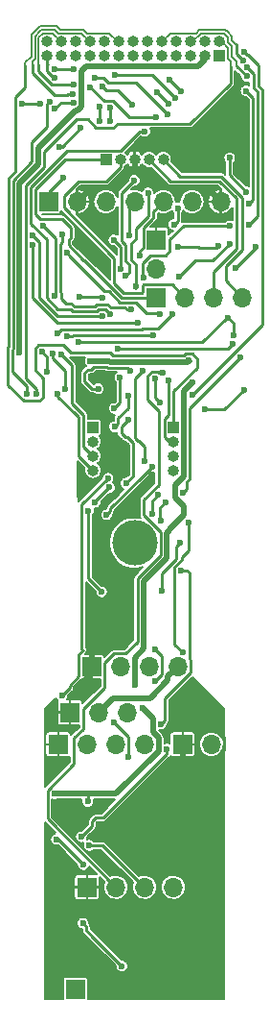
<source format=gbl>
G04 #@! TF.FileFunction,Copper,L2,Bot,Signal*
%FSLAX46Y46*%
G04 Gerber Fmt 4.6, Leading zero omitted, Abs format (unit mm)*
G04 Created by KiCad (PCBNEW 4.0.7) date 06/01/18 18:40:32*
%MOMM*%
%LPD*%
G01*
G04 APERTURE LIST*
%ADD10C,0.100000*%
%ADD11C,4.000000*%
%ADD12R,1.700000X1.700000*%
%ADD13O,1.700000X1.700000*%
%ADD14R,1.000000X1.000000*%
%ADD15O,1.000000X1.000000*%
%ADD16C,0.600000*%
%ADD17C,0.250000*%
%ADD18C,0.500000*%
%ADD19C,0.170000*%
G04 APERTURE END LIST*
D10*
D11*
X38250000Y-75000000D03*
D12*
X40160000Y-53368000D03*
D13*
X42700000Y-53368000D03*
X45240000Y-53368000D03*
X47780000Y-53368000D03*
D14*
X45770000Y-32100000D03*
D15*
X45770000Y-30830000D03*
X44500000Y-32100000D03*
X44500000Y-30830000D03*
X43230000Y-32100000D03*
X43230000Y-30830000D03*
X41960000Y-32100000D03*
X41960000Y-30830000D03*
X40690000Y-32100000D03*
X40690000Y-30830000D03*
X39420000Y-32100000D03*
X39420000Y-30830000D03*
X38150000Y-32100000D03*
X38150000Y-30830000D03*
X36880000Y-32100000D03*
X36880000Y-30830000D03*
X35610000Y-32100000D03*
X35610000Y-30830000D03*
X34340000Y-32100000D03*
X34340000Y-30830000D03*
X33070000Y-32100000D03*
X33070000Y-30830000D03*
X31800000Y-32100000D03*
X31800000Y-30830000D03*
X30530000Y-32100000D03*
X30530000Y-30830000D03*
D12*
X33048000Y-114323000D03*
D14*
X34572000Y-64798000D03*
D15*
X34572000Y-66068000D03*
X34572000Y-67338000D03*
X34572000Y-68608000D03*
D14*
X41684000Y-64798000D03*
D15*
X41684000Y-66068000D03*
X41684000Y-67338000D03*
X41684000Y-68608000D03*
D12*
X30630000Y-44930000D03*
D13*
X33170000Y-44930000D03*
X35710000Y-44930000D03*
X38250000Y-44930000D03*
X40790000Y-44930000D03*
X43330000Y-44930000D03*
X45870000Y-44930000D03*
D12*
X42500000Y-92750000D03*
D13*
X45040000Y-92750000D03*
D12*
X31500000Y-92750000D03*
D13*
X34040000Y-92750000D03*
X36580000Y-92750000D03*
X39120000Y-92750000D03*
D12*
X32540000Y-89944000D03*
D13*
X35080000Y-89944000D03*
X37620000Y-89944000D03*
D12*
X40160000Y-48288000D03*
D13*
X40160000Y-50828000D03*
D14*
X35710000Y-41200000D03*
D15*
X36980000Y-41200000D03*
X38250000Y-41200000D03*
X39520000Y-41200000D03*
X40790000Y-41200000D03*
D12*
X34440000Y-85900000D03*
D13*
X36980000Y-85900000D03*
X39520000Y-85900000D03*
X42060000Y-85900000D03*
D12*
X34040000Y-105350000D03*
D13*
X36580000Y-105350000D03*
X39120000Y-105350000D03*
X41660000Y-105350000D03*
D16*
X37490000Y-69730000D03*
X40073000Y-87160000D03*
X40073000Y-84360000D03*
X37675318Y-64170776D03*
X34104002Y-97794002D03*
X28052979Y-58210000D03*
X38933018Y-89524764D03*
X38250000Y-87520000D03*
X31143000Y-97119500D03*
X43335000Y-60861000D03*
X43063072Y-58938072D03*
X34318000Y-58947997D03*
X35715000Y-50955000D03*
X33048000Y-48542000D03*
X35000000Y-60120000D03*
X33111500Y-87848500D03*
X35112000Y-99818500D03*
X42392000Y-77420000D03*
X39774199Y-72415570D03*
X40309315Y-70769315D03*
X39100000Y-67810000D03*
X33680000Y-108520000D03*
X33540000Y-100900000D03*
X31814892Y-47774892D03*
X37130000Y-112290000D03*
X41110001Y-93160000D03*
X40590000Y-90970000D03*
X38930000Y-59803000D03*
X37980000Y-54420000D03*
X36034831Y-70106566D03*
X34773001Y-71423001D03*
X37675319Y-62044116D03*
X29236979Y-47899229D03*
X35373029Y-55015000D03*
X36472022Y-64773839D03*
X28270000Y-36330000D03*
X29940000Y-36328005D03*
X34180000Y-72170000D03*
X35340000Y-79320000D03*
X36460000Y-90830000D03*
X37714091Y-93875909D03*
X43040000Y-73250000D03*
X42498000Y-84657966D03*
X47907000Y-61496000D03*
X44478000Y-63210500D03*
X33314400Y-57266600D03*
X46510000Y-55146000D03*
X46984280Y-56699780D03*
X29578608Y-61891392D03*
X31470000Y-61870000D03*
X46671602Y-47060000D03*
X39070000Y-51630999D03*
X39900000Y-56713000D03*
X48105009Y-35162858D03*
X32310000Y-56797001D03*
X31760000Y-58370000D03*
X48375001Y-45070000D03*
X42100000Y-48910000D03*
X48161109Y-33878891D03*
X48930000Y-48870000D03*
X47178000Y-50784460D03*
X45622483Y-48822483D03*
X37834000Y-59803000D03*
X35032021Y-61408728D03*
X40640000Y-79180000D03*
X42240000Y-75010000D03*
X40557972Y-73062028D03*
X41339061Y-34191189D03*
X47610000Y-58650000D03*
X42552500Y-70549893D03*
X40966996Y-71393004D03*
X48120621Y-44050578D03*
X46665009Y-41070000D03*
X42353053Y-35205181D03*
X42186999Y-51523001D03*
X31460000Y-56490000D03*
X48236462Y-33112585D03*
X30967833Y-58274615D03*
X48375000Y-46921090D03*
X46633494Y-48648687D03*
X41610000Y-54820000D03*
X32124399Y-61430000D03*
X42060000Y-45483999D03*
X41730000Y-46930000D03*
X41260582Y-36290582D03*
X40269418Y-35259418D03*
X47819050Y-32465538D03*
X31575428Y-40075428D03*
X33460000Y-38440000D03*
X47938018Y-31704782D03*
X43350000Y-61930000D03*
X36100000Y-37845000D03*
X36081771Y-36646771D03*
X40530000Y-54810000D03*
X41230000Y-60700000D03*
X32251311Y-49458689D03*
X35370029Y-53410990D03*
X33364394Y-53271609D03*
X37046600Y-50833999D03*
X36420000Y-48300000D03*
X35160000Y-37845000D03*
X35180000Y-36510000D03*
X36520000Y-33760000D03*
X41808608Y-35749684D03*
X30137998Y-47042000D03*
X31200000Y-36730000D03*
X32849445Y-36179445D03*
X30040000Y-58170000D03*
X31170000Y-53250000D03*
X30480000Y-59910000D03*
X36792999Y-57897001D03*
X32815010Y-35410214D03*
X35410399Y-34780000D03*
X38050000Y-36400000D03*
X38230000Y-43040000D03*
X37455999Y-51482600D03*
X46909955Y-57463173D03*
X35792487Y-72524487D03*
X40470000Y-62600000D03*
X40060000Y-60510000D03*
X29236979Y-48740000D03*
X38580000Y-55610000D03*
X39779000Y-68290500D03*
X31905000Y-42827000D03*
X37747000Y-47907000D03*
X38740000Y-49701000D03*
X30772139Y-36093425D03*
X31208000Y-33987003D03*
X28710000Y-61860000D03*
X36950000Y-60440000D03*
X36469021Y-63140000D03*
X36126706Y-54872654D03*
X35910000Y-69310000D03*
X31820000Y-88480000D03*
X31340000Y-101140000D03*
X33720000Y-103350000D03*
X34240000Y-101660000D03*
X39160000Y-38730000D03*
X40180000Y-37469162D03*
X34330000Y-34818214D03*
X32849446Y-34610000D03*
X40740000Y-59990000D03*
X38360000Y-52358990D03*
X39440000Y-44150000D03*
X41180000Y-37210000D03*
X34710000Y-34010000D03*
X32870108Y-33262665D03*
X31208000Y-33220000D03*
D17*
X38128000Y-66703000D02*
X38128000Y-69092000D01*
X38128000Y-69092000D02*
X37490000Y-69730000D01*
X40073000Y-84360000D02*
X40662001Y-84949001D01*
X40662001Y-84949001D02*
X40662001Y-86570999D01*
X40662001Y-86570999D02*
X40073000Y-87160000D01*
X37620000Y-65687000D02*
X37416398Y-65687000D01*
X37066999Y-64779095D02*
X37675318Y-64170776D01*
X37416398Y-65687000D02*
X37066999Y-65337601D01*
X37066999Y-65337601D02*
X37066999Y-64779095D01*
X38128000Y-66703000D02*
X38128000Y-66195000D01*
X38128000Y-66195000D02*
X37620000Y-65687000D01*
D18*
X31143000Y-97119500D02*
X34100000Y-97119500D01*
X34100000Y-97119500D02*
X36630102Y-97119500D01*
D17*
X34104002Y-97794002D02*
X34104002Y-97123502D01*
X34104002Y-97123502D02*
X34100000Y-97119500D01*
D18*
X39060000Y-84311838D02*
X38250000Y-85121838D01*
X41086010Y-76325564D02*
X39073010Y-78338564D01*
X39073010Y-78338564D02*
X39073010Y-84298828D01*
X39073010Y-84298828D02*
X39060000Y-84311838D01*
X41086011Y-74113989D02*
X41086010Y-76325564D01*
X43335000Y-60861000D02*
X42604001Y-61591999D01*
X42604001Y-61591999D02*
X42604001Y-69115999D01*
X42604001Y-69115999D02*
X41835499Y-69884501D01*
X41835499Y-71015499D02*
X42605002Y-71785002D01*
X41835499Y-69884501D02*
X41835499Y-71015499D01*
X42605002Y-71785002D02*
X42605002Y-72524998D01*
X38250000Y-85121838D02*
X38250000Y-87520000D01*
X42605002Y-72524998D02*
X41330000Y-73800000D01*
X41330000Y-73800000D02*
X41330000Y-73870000D01*
X41330000Y-73870000D02*
X41086011Y-74113989D01*
X34318000Y-58947997D02*
X36017997Y-58947997D01*
X36017997Y-58947997D02*
X36101011Y-59031011D01*
X36101011Y-59031011D02*
X42970133Y-59031011D01*
X42970133Y-59031011D02*
X43063072Y-58938072D01*
X44500000Y-32100000D02*
X44500000Y-32360000D01*
X44500000Y-32360000D02*
X43845999Y-33014001D01*
X43845999Y-33014001D02*
X34783161Y-33014001D01*
X34783161Y-33014001D02*
X34780161Y-33017001D01*
X33566446Y-33433554D02*
X33566446Y-36523606D01*
X28052979Y-43286521D02*
X28052979Y-58210000D01*
X34780161Y-33017001D02*
X33982999Y-33017001D01*
X29714109Y-41625392D02*
X28052979Y-43286521D01*
X33982999Y-33017001D02*
X33566446Y-33433554D01*
X33566446Y-36523606D02*
X33190606Y-36899446D01*
X33190606Y-36899446D02*
X33030554Y-36899446D01*
X33030554Y-36899446D02*
X29714109Y-40215891D01*
X29714109Y-40215891D02*
X29714109Y-41625392D01*
X43063072Y-58938072D02*
X43098426Y-58973426D01*
X38933018Y-89524764D02*
X39869999Y-90461745D01*
X39869999Y-90461745D02*
X39869999Y-91685999D01*
X39869999Y-91685999D02*
X40390001Y-92206001D01*
X40390001Y-93359601D02*
X40390001Y-92206001D01*
X36630102Y-97119500D02*
X40390001Y-93359601D01*
X35000000Y-72560000D02*
X35000000Y-72301568D01*
X35000000Y-72301568D02*
X36752832Y-70548736D01*
X36752832Y-70548736D02*
X36752832Y-69826830D01*
X36752832Y-69826830D02*
X36628001Y-69701999D01*
X34440000Y-85900000D02*
X34440000Y-81510000D01*
X34440000Y-81510000D02*
X36058001Y-79891999D01*
X34740000Y-72820000D02*
X35000000Y-72560000D01*
X36058001Y-79891999D02*
X36058001Y-78975359D01*
X36058001Y-78975359D02*
X34740000Y-77657358D01*
X34740000Y-77657358D02*
X34740000Y-72820000D01*
X35752021Y-60872021D02*
X35000000Y-60120000D01*
X36628001Y-69701999D02*
X36628001Y-68928001D01*
X36628001Y-68928001D02*
X35752021Y-68052021D01*
X35752021Y-68052021D02*
X35752021Y-60872021D01*
X35461000Y-50955000D02*
X33048000Y-48542000D01*
X35715000Y-50955000D02*
X35461000Y-50955000D01*
X34440000Y-85900000D02*
X34440000Y-86520000D01*
X34440000Y-86520000D02*
X33111500Y-87848500D01*
X42500000Y-92750000D02*
X42500000Y-94100000D01*
X42500000Y-94100000D02*
X36781500Y-99818500D01*
X36781500Y-99818500D02*
X35112000Y-99818500D01*
X45870000Y-44930000D02*
X44599999Y-43659999D01*
X44599999Y-43659999D02*
X40002893Y-43659999D01*
X40002893Y-43659999D02*
X38661894Y-42319000D01*
X33170000Y-44930000D02*
X34440001Y-43659999D01*
X34440001Y-43659999D02*
X36497107Y-43659999D01*
X36497107Y-43659999D02*
X38250000Y-41907106D01*
X38250000Y-41907106D02*
X38250000Y-41200000D01*
X38250000Y-41907106D02*
X38661894Y-42319000D01*
D17*
X43090000Y-77650000D02*
X42860000Y-77420000D01*
X42860000Y-77420000D02*
X42392000Y-77420000D01*
X43090000Y-77868000D02*
X43090000Y-77650000D01*
X43090000Y-83130000D02*
X43090000Y-77868000D01*
X40309315Y-70769315D02*
X39774199Y-71304431D01*
X39774199Y-71304431D02*
X39774199Y-72415570D01*
X38612269Y-66022269D02*
X39100000Y-66510000D01*
X39100000Y-66510000D02*
X39100000Y-67810000D01*
X38545010Y-66022269D02*
X38612269Y-66022269D01*
X34927269Y-54002990D02*
X35872990Y-54002990D01*
X36150653Y-54280653D02*
X37416389Y-54280653D01*
X37416389Y-54280653D02*
X37555736Y-54420000D01*
X35872990Y-54002990D02*
X36150653Y-54280653D01*
X37555736Y-54420000D02*
X37980000Y-54420000D01*
X31654016Y-52884618D02*
X31762001Y-52992603D01*
X31762001Y-52992603D02*
X31762001Y-53472001D01*
X31762001Y-53472001D02*
X32153610Y-53863610D01*
X32637448Y-53863610D02*
X32954818Y-54180980D01*
X32153610Y-53863610D02*
X32637448Y-53863610D01*
X32954818Y-54180980D02*
X34749279Y-54180980D01*
X34749279Y-54180980D02*
X34927269Y-54002990D01*
X31814892Y-47774892D02*
X31814892Y-48455108D01*
X31814892Y-48455108D02*
X31654016Y-48615984D01*
X31654016Y-48615984D02*
X31654016Y-52884618D01*
X31654016Y-52884618D02*
X31658456Y-52884618D01*
X33680000Y-108520000D02*
X33979999Y-108819999D01*
X33979999Y-108819999D02*
X33979999Y-109139999D01*
X33979999Y-109139999D02*
X34516999Y-109676999D01*
X34516999Y-99532899D02*
X34516999Y-99923001D01*
X34516999Y-99923001D02*
X33540000Y-100900000D01*
X38267319Y-65744578D02*
X38267319Y-60465681D01*
X38267319Y-60465681D02*
X38930000Y-59803000D01*
X38545010Y-66022269D02*
X38267319Y-65744578D01*
X43090000Y-83130000D02*
X43090000Y-83050000D01*
X43090000Y-85230000D02*
X43090000Y-83130000D01*
X43210000Y-85350000D02*
X43090000Y-85230000D01*
X43210000Y-86440162D02*
X43210000Y-85350000D01*
X40930000Y-90630000D02*
X40930000Y-88720162D01*
X40930000Y-88720162D02*
X43210000Y-86440162D01*
X41110001Y-93160000D02*
X41110001Y-93584264D01*
X41110001Y-93584264D02*
X35470766Y-99223499D01*
X35470766Y-99223499D02*
X34826399Y-99223499D01*
X34826399Y-99223499D02*
X34516999Y-99532899D01*
X34516999Y-109676999D02*
X37130000Y-112290000D01*
X40930000Y-90630000D02*
X40590000Y-90970000D01*
X34773001Y-71423001D02*
X34773001Y-71368396D01*
X34773001Y-71368396D02*
X36034831Y-70106566D01*
X37659729Y-63107271D02*
X37659729Y-62059706D01*
X37659729Y-62059706D02*
X37675319Y-62044116D01*
X29236979Y-47899229D02*
X29828980Y-48491230D01*
X29828980Y-48491230D02*
X29828980Y-53374882D01*
X29828980Y-53374882D02*
X31469098Y-55015000D01*
X31469098Y-55015000D02*
X33190415Y-55015000D01*
X33190415Y-55015000D02*
X35373029Y-55015000D01*
X36772021Y-63994979D02*
X37659729Y-63107271D01*
X36772021Y-64473840D02*
X36772021Y-63994979D01*
X36472022Y-64773839D02*
X36772021Y-64473840D01*
X28791995Y-36328005D02*
X28271995Y-36328005D01*
X28271995Y-36328005D02*
X28270000Y-36330000D01*
X29940000Y-36328005D02*
X28791995Y-36328005D01*
X35340000Y-79320000D02*
X34180000Y-78160000D01*
X34180000Y-78160000D02*
X34180000Y-72170000D01*
X37714091Y-93875909D02*
X37714091Y-93451645D01*
X37714091Y-93451645D02*
X37722001Y-93443735D01*
X37722001Y-93443735D02*
X37722001Y-92092001D01*
X37722001Y-92092001D02*
X36460000Y-90830000D01*
X41798999Y-83958965D02*
X41798999Y-77135359D01*
X41798999Y-77135359D02*
X42444358Y-76490000D01*
X42444358Y-76490000D02*
X42444358Y-76240000D01*
X42444358Y-76240000D02*
X43040000Y-75644358D01*
X43040000Y-75087642D02*
X43040000Y-73250000D01*
X43040000Y-75644358D02*
X43040000Y-75087642D01*
X42498000Y-84657966D02*
X41798999Y-83958965D01*
X42498000Y-84657966D02*
X42490093Y-84657966D01*
X44478000Y-63210500D02*
X46192500Y-63210500D01*
X46192500Y-63210500D02*
X47907000Y-61496000D01*
D18*
X35080000Y-89944000D02*
X36350001Y-88673999D01*
X41210001Y-87084161D02*
X41210001Y-86749999D01*
X36350001Y-88673999D02*
X39620163Y-88673999D01*
X39620163Y-88673999D02*
X41210001Y-87084161D01*
X41210001Y-86749999D02*
X42060000Y-85900000D01*
D17*
X46510000Y-55146000D02*
X46408400Y-55146000D01*
X44249400Y-57305000D02*
X46408400Y-55146000D01*
X33352800Y-57305000D02*
X44249400Y-57305000D01*
X33352800Y-57305000D02*
X33314400Y-57266600D01*
X46984280Y-56699780D02*
X46984280Y-55620280D01*
X46984280Y-55620280D02*
X46510000Y-55146000D01*
X46740000Y-32980000D02*
X46740000Y-34475107D01*
X46740000Y-34475107D02*
X43153945Y-38061162D01*
X43153945Y-38061162D02*
X36760000Y-38061162D01*
X36760000Y-38061162D02*
X36384161Y-38437001D01*
X30574361Y-40185639D02*
X30256119Y-40503881D01*
X28647980Y-57924399D02*
X28647980Y-60528016D01*
X36384161Y-38437001D02*
X34847001Y-38437001D01*
X34847001Y-38437001D02*
X34100000Y-37690000D01*
X34100000Y-37690000D02*
X33119398Y-37690000D01*
X30256119Y-41853881D02*
X28641978Y-43468022D01*
X33119398Y-37690000D02*
X30623759Y-40185639D01*
X30623759Y-40185639D02*
X30574361Y-40185639D01*
X30256119Y-40503881D02*
X30256119Y-41853881D01*
X28641978Y-57918397D02*
X28647980Y-57924399D01*
X28641978Y-43468022D02*
X28641978Y-57918397D01*
X28647980Y-60528016D02*
X28649221Y-60529257D01*
X29578608Y-61467128D02*
X28649221Y-60529257D01*
X28649221Y-60529257D02*
X28644979Y-60533499D01*
D19*
X46740000Y-32530000D02*
X46740000Y-32980000D01*
X46519001Y-32309001D02*
X46740000Y-32530000D01*
X46000000Y-30830000D02*
X46519001Y-31349001D01*
X46519001Y-31349001D02*
X46519001Y-32309001D01*
X45770000Y-30830000D02*
X46000000Y-30830000D01*
D17*
X29578608Y-61891392D02*
X29578608Y-61467128D01*
X33048000Y-63655000D02*
X31470000Y-62077000D01*
X31470000Y-62077000D02*
X31470000Y-61870000D01*
X33302000Y-63909000D02*
X33302000Y-67338000D01*
X33302000Y-67338000D02*
X34572000Y-68608000D01*
X33048000Y-63655000D02*
X33302000Y-63909000D01*
X39610399Y-49682999D02*
X40985203Y-49682999D01*
X40985203Y-49682999D02*
X41380000Y-49288202D01*
X42590000Y-47060000D02*
X46671602Y-47060000D01*
X46675602Y-47060000D02*
X46671602Y-47060000D01*
X41380000Y-48270000D02*
X42590000Y-47060000D01*
X41380000Y-49288202D02*
X41380000Y-48270000D01*
X39610399Y-49682999D02*
X39610399Y-49679601D01*
X39900000Y-56713000D02*
X39475736Y-56713000D01*
X38960000Y-51520999D02*
X39070000Y-51630999D01*
X38960000Y-50333398D02*
X38960000Y-51520999D01*
X39610399Y-49682999D02*
X38960000Y-50333398D01*
X38399003Y-56671599D02*
X33160000Y-56671599D01*
X39434335Y-56671599D02*
X38399003Y-56671599D01*
X39475736Y-56713000D02*
X39434335Y-56671599D01*
X48712623Y-44732378D02*
X48712623Y-35890000D01*
X48105009Y-35162858D02*
X48712623Y-35770472D01*
X48712623Y-35770472D02*
X48712623Y-35890000D01*
X33038401Y-56671599D02*
X33160000Y-56671599D01*
X32310000Y-56797001D02*
X32734264Y-56797001D01*
X32734264Y-56797001D02*
X32859666Y-56671599D01*
X32859666Y-56671599D02*
X33160000Y-56671599D01*
X32719399Y-62732417D02*
X32719399Y-59329399D01*
X32719399Y-59329399D02*
X31760000Y-58370000D01*
X48375001Y-45070000D02*
X48712623Y-44732378D01*
X33028799Y-56671599D02*
X33038401Y-56671599D01*
X33750000Y-63763018D02*
X33750000Y-66516000D01*
X33750000Y-66516000D02*
X34572000Y-67338000D01*
X32719399Y-62732417D02*
X33750000Y-63763018D01*
X42100000Y-48910000D02*
X43900000Y-48910000D01*
X43900000Y-48910000D02*
X43980000Y-48990000D01*
X43980000Y-48990000D02*
X45454966Y-48990000D01*
X45454966Y-48990000D02*
X45622483Y-48822483D01*
X35793490Y-59490007D02*
X34652152Y-59490007D01*
X34652152Y-59490007D02*
X34424160Y-59717999D01*
X34424160Y-59717999D02*
X34152001Y-59717999D01*
X35876504Y-59573021D02*
X35793490Y-59490007D01*
X37653021Y-59573021D02*
X35876504Y-59573021D01*
X37834000Y-59803000D02*
X37834000Y-59754000D01*
X37834000Y-59754000D02*
X37653021Y-59573021D01*
X34501272Y-61408728D02*
X35032021Y-61408728D01*
X34152001Y-59717999D02*
X33830000Y-60040000D01*
X33830000Y-60040000D02*
X33830000Y-60740000D01*
X33830000Y-60740000D02*
X34500000Y-61410000D01*
X34500000Y-61410000D02*
X34501272Y-61408728D01*
X48161109Y-33878891D02*
X47280000Y-32997782D01*
X47280000Y-32997782D02*
X47280000Y-32990000D01*
D19*
X47280000Y-32597640D02*
X47280000Y-32990000D01*
X46853011Y-32170651D02*
X47280000Y-32597640D01*
X46853011Y-31830000D02*
X46853011Y-32170651D01*
X46853011Y-31210650D02*
X46853011Y-31830000D01*
X46519001Y-30876641D02*
X46853011Y-31210650D01*
X46519001Y-30470479D02*
X46519001Y-30876641D01*
X43230000Y-30830000D02*
X43391478Y-30830000D01*
X43391478Y-30830000D02*
X44140479Y-30080999D01*
X44140479Y-30080999D02*
X46129521Y-30080999D01*
X46129521Y-30080999D02*
X46519001Y-30470479D01*
D17*
X47178000Y-50784460D02*
X48930000Y-49032460D01*
X48930000Y-49032460D02*
X48930000Y-48870000D01*
X37748999Y-59717999D02*
X37834000Y-59803000D01*
X42240000Y-75010000D02*
X41940001Y-75309999D01*
X41940001Y-75309999D02*
X41940001Y-76403203D01*
X41940001Y-76403203D02*
X40640000Y-77703204D01*
X40640000Y-77703204D02*
X40640000Y-79180000D01*
X40520000Y-71840000D02*
X40520000Y-73024056D01*
X40520000Y-73024056D02*
X40557972Y-73062028D01*
X41339061Y-34191189D02*
X42353053Y-35205181D01*
X41458564Y-34310692D02*
X41339061Y-34191189D01*
X43146011Y-69340506D02*
X43146011Y-63113989D01*
X43146011Y-63113989D02*
X47610000Y-58650000D01*
X42552500Y-70549893D02*
X42852499Y-70249894D01*
X42852499Y-70249894D02*
X42852499Y-69634018D01*
X42852499Y-69634018D02*
X43146011Y-69340506D01*
X40520000Y-71840000D02*
X40966996Y-71393004D01*
X46665009Y-41070000D02*
X46665009Y-42594966D01*
X46665009Y-42594966D02*
X48120621Y-44050578D01*
X46633494Y-48648687D02*
X45170970Y-50111211D01*
X45170970Y-50111211D02*
X43598789Y-50111211D01*
X43598789Y-50111211D02*
X42186999Y-51523001D01*
X31745001Y-56205001D02*
X31744999Y-56205001D01*
X31744999Y-56205001D02*
X31460000Y-56490000D01*
X41610000Y-54820000D02*
X40309001Y-56120999D01*
X40309001Y-56120999D02*
X38949603Y-56120999D01*
X38949603Y-56120999D02*
X38865601Y-56205001D01*
X38865601Y-56205001D02*
X31745001Y-56205001D01*
X48236462Y-33112585D02*
X48756110Y-33632233D01*
X48756110Y-33632233D02*
X48756110Y-34866110D01*
X48756110Y-34866110D02*
X49135632Y-35245632D01*
X30967833Y-58274615D02*
X30967833Y-58698879D01*
X30967833Y-58698879D02*
X32124399Y-59855445D01*
X32124399Y-59855445D02*
X32124399Y-61005736D01*
X32124399Y-61005736D02*
X32124399Y-61430000D01*
X48375000Y-46921090D02*
X49135632Y-46160458D01*
X49135632Y-46160458D02*
X49135632Y-35245632D01*
X42060000Y-45483999D02*
X42060000Y-46600000D01*
X42060000Y-46600000D02*
X41730000Y-46930000D01*
X40269418Y-35259418D02*
X40269418Y-35299418D01*
X40269418Y-35299418D02*
X41260582Y-36290582D01*
D19*
X47147360Y-31032638D02*
X47219548Y-31039772D01*
X47219548Y-31039772D02*
X47187021Y-31072299D01*
D17*
X47819050Y-32465538D02*
X47233021Y-31879509D01*
X47233021Y-31879509D02*
X47233021Y-31053245D01*
X47233021Y-31053245D02*
X47219548Y-31039772D01*
D19*
X46853009Y-30738287D02*
X47147360Y-31032638D01*
X46853009Y-30332127D02*
X46853009Y-30738287D01*
X46463531Y-29942649D02*
X46853009Y-30332127D01*
X44002128Y-29746989D02*
X46267872Y-29746989D01*
X46267872Y-29746989D02*
X46463531Y-29942649D01*
X43668119Y-30080999D02*
X44002128Y-29746989D01*
X40690000Y-30830000D02*
X41439001Y-30080999D01*
X41439001Y-30080999D02*
X43668119Y-30080999D01*
D17*
X31831693Y-40068307D02*
X31582549Y-40068307D01*
X31582549Y-40068307D02*
X31575428Y-40075428D01*
X33460000Y-38440000D02*
X31831693Y-40068307D01*
X48294781Y-32004781D02*
X49176120Y-32886120D01*
X49176120Y-32886120D02*
X49176120Y-34692137D01*
X49176120Y-34692137D02*
X49555642Y-35071659D01*
X47938018Y-31704782D02*
X48238017Y-32004781D01*
X48238017Y-32004781D02*
X48294781Y-32004781D01*
X49555642Y-35071659D02*
X49555642Y-55724358D01*
X49555642Y-55724358D02*
X43350000Y-61930000D01*
X36081771Y-36646771D02*
X36081771Y-37826771D01*
X36081771Y-37826771D02*
X36100000Y-37845000D01*
X40530000Y-54810000D02*
X40486693Y-54766693D01*
X40486693Y-54766693D02*
X39333091Y-54766693D01*
X39333091Y-54766693D02*
X38351408Y-53785010D01*
X38351408Y-53785010D02*
X36934753Y-53785010D01*
X32551310Y-49758688D02*
X32251311Y-49458689D01*
X36934753Y-53785010D02*
X35968733Y-52818989D01*
X35968733Y-52818989D02*
X35611611Y-52818989D01*
X35611611Y-52818989D02*
X32551310Y-49758688D01*
X41308000Y-66068000D02*
X40891999Y-65651999D01*
X40891999Y-65651999D02*
X40891999Y-64064399D01*
X41684000Y-66068000D02*
X41308000Y-66068000D01*
X41230000Y-60700000D02*
X41230000Y-63726398D01*
X41230000Y-63726398D02*
X40891999Y-64064399D01*
X33364394Y-53271609D02*
X35230648Y-53271609D01*
X35230648Y-53271609D02*
X35370029Y-53410990D01*
X36420000Y-48300000D02*
X37046600Y-48926600D01*
X37046600Y-48926600D02*
X37046600Y-50833999D01*
X35160000Y-36530000D02*
X35160000Y-37845000D01*
X35160000Y-37830000D02*
X35160000Y-37845000D01*
X35180000Y-36510000D02*
X35160000Y-36530000D01*
X27096959Y-42853300D02*
X27096959Y-57704557D01*
X27096959Y-57704557D02*
X27046968Y-57754548D01*
X29862769Y-62483393D02*
X30170609Y-62175553D01*
X29447999Y-59754161D02*
X29447999Y-57885839D01*
X27046968Y-57754548D02*
X27046968Y-61073130D01*
X30170609Y-62175553D02*
X30170609Y-60476771D01*
X27046968Y-61073130D02*
X28457231Y-62483393D01*
X28457231Y-62483393D02*
X29862769Y-62483393D01*
X30170609Y-60476771D02*
X29447999Y-59754161D01*
X27670000Y-42280260D02*
X27096959Y-42853300D01*
X27670000Y-38100000D02*
X27670000Y-42280260D01*
X27677999Y-38092001D02*
X27670000Y-38100000D01*
X28550000Y-34820000D02*
X27677999Y-35692001D01*
X27677999Y-35692001D02*
X27677999Y-38092001D01*
X28550000Y-32870000D02*
X28550000Y-34820000D01*
D19*
X28550000Y-32690000D02*
X28550000Y-32870000D01*
X29105980Y-32134020D02*
X28550000Y-32690000D01*
X29105980Y-30192291D02*
X29105980Y-32134020D01*
X29129135Y-30169136D02*
X29105980Y-30192291D01*
X29891291Y-29406980D02*
X29129135Y-30169136D01*
X31330186Y-29406979D02*
X29891291Y-29406980D01*
X31690989Y-29740989D02*
X31356979Y-29406979D01*
X31356979Y-29406979D02*
X31330186Y-29406979D01*
X33731835Y-29740989D02*
X31690989Y-29740989D01*
X34065845Y-30074999D02*
X33731835Y-29740989D01*
X36880000Y-30830000D02*
X36727402Y-30830000D01*
X35972401Y-30074999D02*
X34065845Y-30074999D01*
X36727402Y-30830000D02*
X35972401Y-30074999D01*
D17*
X41684000Y-61635838D02*
X43780000Y-59539838D01*
X36086838Y-58250000D02*
X36325839Y-58489001D01*
X31967999Y-57577999D02*
X32640000Y-58250000D01*
X29755839Y-57577999D02*
X31967999Y-57577999D01*
X29447999Y-57885839D02*
X29755839Y-57577999D01*
X32640000Y-58250000D02*
X36086838Y-58250000D01*
X36325839Y-58489001D02*
X42635981Y-58489001D01*
X43780000Y-58778838D02*
X43780000Y-59539838D01*
X42635981Y-58489001D02*
X42778911Y-58346071D01*
X42778911Y-58346071D02*
X43347233Y-58346071D01*
X43347233Y-58346071D02*
X43780000Y-58778838D01*
X41684000Y-64798000D02*
X41684000Y-61635838D01*
X41623071Y-64737071D02*
X41684000Y-64798000D01*
X36520000Y-33760000D02*
X39818924Y-33760000D01*
X39818924Y-33760000D02*
X40723341Y-34664417D01*
X40723341Y-34664417D02*
X41808608Y-35749684D01*
X30137998Y-47042000D02*
X31230000Y-48134002D01*
X31230000Y-48134002D02*
X31230000Y-53190000D01*
X31230000Y-53190000D02*
X31170000Y-53250000D01*
X32849445Y-36179445D02*
X31750555Y-36179445D01*
X31750555Y-36179445D02*
X31200000Y-36730000D01*
X30480000Y-59910000D02*
X30480000Y-58610000D01*
X30480000Y-58610000D02*
X30040000Y-58170000D01*
X36792999Y-57897001D02*
X37217264Y-57897000D01*
X37217264Y-57897000D02*
X46476128Y-57897000D01*
X38050000Y-36400000D02*
X36729999Y-35079999D01*
X36729999Y-35079999D02*
X35710398Y-35079999D01*
X35710398Y-35079999D02*
X35410399Y-34780000D01*
X32815010Y-35410214D02*
X32390746Y-35410214D01*
X32390746Y-35410214D02*
X32290960Y-35510000D01*
X32290960Y-35510000D02*
X31140000Y-35510000D01*
X31140000Y-35510000D02*
X29920000Y-34290000D01*
X38230000Y-43040000D02*
X37107999Y-44162001D01*
X37107999Y-44162001D02*
X37107999Y-48398259D01*
X37107999Y-48398259D02*
X37463610Y-48753869D01*
X37463610Y-48753869D02*
X37463610Y-50163610D01*
X37755998Y-51182601D02*
X37455999Y-51482600D01*
X37463610Y-50163610D02*
X37755998Y-50455998D01*
X37755998Y-50455998D02*
X37755998Y-51182601D01*
X29220000Y-32860000D02*
X29220000Y-33590000D01*
X29220000Y-33590000D02*
X29920000Y-34290000D01*
D19*
X29220000Y-32550000D02*
X29220000Y-32860000D01*
X29445990Y-32324010D02*
X29220000Y-32550000D01*
X29445990Y-32290000D02*
X29445990Y-32324010D01*
X29445990Y-30333127D02*
X29445990Y-32290000D01*
X29836469Y-29942648D02*
X29836469Y-29942649D01*
X29836469Y-29942649D02*
X29445990Y-30333127D01*
X31189350Y-29746989D02*
X30032128Y-29746989D01*
X30032128Y-29746989D02*
X29836469Y-29942648D01*
X31523359Y-30080999D02*
X31189350Y-29746989D01*
X32159521Y-30080999D02*
X31523359Y-30080999D01*
X34340000Y-30830000D02*
X33590999Y-30080999D01*
X33590999Y-30080999D02*
X32159521Y-30080999D01*
D17*
X46909955Y-57463173D02*
X46476128Y-57897000D01*
X35792487Y-72524487D02*
X36092486Y-72224488D01*
X36092486Y-72224488D02*
X36092486Y-71977014D01*
X36092486Y-71977014D02*
X38962020Y-69107480D01*
X38962020Y-69107480D02*
X39779000Y-68290500D01*
X29236979Y-48740000D02*
X29236979Y-53372622D01*
X29236979Y-53372622D02*
X31474357Y-55610000D01*
X31474357Y-55610000D02*
X33191432Y-55610000D01*
X33191432Y-55610000D02*
X38580000Y-55610000D01*
X40060000Y-60510000D02*
X40060000Y-62190000D01*
X40060000Y-62190000D02*
X40470000Y-62600000D01*
X39970000Y-60600000D02*
X40060000Y-60510000D01*
X30630000Y-44930000D02*
X30630000Y-44102000D01*
X30630000Y-44102000D02*
X31905000Y-42827000D01*
X37772400Y-47881600D02*
X37772400Y-45407600D01*
X37747000Y-47907000D02*
X37772400Y-47881600D01*
X37772400Y-45407600D02*
X38250000Y-44930000D01*
X40790000Y-44930000D02*
X39940001Y-45779999D01*
X39940001Y-45779999D02*
X39940001Y-46282397D01*
X39940001Y-46282397D02*
X39800000Y-46422398D01*
X39800000Y-46422398D02*
X39800000Y-46420000D01*
X39017999Y-48998737D02*
X39017999Y-47204399D01*
X39017999Y-47204399D02*
X39800000Y-46422398D01*
X38740000Y-49701000D02*
X38740000Y-49276736D01*
X38740000Y-49276736D02*
X39017999Y-48998737D01*
X31860000Y-46450000D02*
X29918998Y-46450000D01*
X29918998Y-46450000D02*
X29484999Y-46016001D01*
X32630000Y-47220000D02*
X31860000Y-46450000D01*
X32630000Y-48083838D02*
X32630000Y-47220000D01*
X32410000Y-48780162D02*
X32410000Y-48303838D01*
X32410000Y-48303838D02*
X32630000Y-48083838D01*
X33819484Y-50080000D02*
X33709838Y-50080000D01*
X33709838Y-50080000D02*
X32410000Y-48780162D01*
X40160000Y-53368000D02*
X37107484Y-53368000D01*
X37107484Y-53368000D02*
X33819484Y-50080000D01*
X29484999Y-46016001D02*
X29484999Y-43843999D01*
X29484999Y-43843999D02*
X32128998Y-41200000D01*
X32128998Y-41200000D02*
X34960000Y-41200000D01*
X34960000Y-41200000D02*
X35710000Y-41200000D01*
X36980000Y-41200000D02*
X36980000Y-41907106D01*
X36980000Y-41907106D02*
X35772117Y-43114989D01*
X35772117Y-43114989D02*
X33290409Y-43114989D01*
X38909010Y-52950990D02*
X38990000Y-52870000D01*
X33290409Y-43114989D02*
X32024999Y-44380399D01*
X38990000Y-52870000D02*
X38990000Y-52312398D01*
X32024999Y-44380399D02*
X32024999Y-45479601D01*
X32024999Y-45479601D02*
X36451600Y-49906202D01*
X39079399Y-52222999D02*
X41554999Y-52222999D01*
X41554999Y-52222999D02*
X42700000Y-53368000D01*
X36451600Y-49906202D02*
X36451600Y-52122376D01*
X37280214Y-52950990D02*
X38909010Y-52950990D01*
X36451600Y-52122376D02*
X37280214Y-52950990D01*
X38990000Y-52312398D02*
X39079399Y-52222999D01*
X39520000Y-41200000D02*
X41434989Y-43114989D01*
X41434989Y-43114989D02*
X45749591Y-43114989D01*
X45749591Y-43114989D02*
X47264602Y-44630000D01*
X47264602Y-44630000D02*
X47264602Y-49050000D01*
X47264602Y-49050000D02*
X45240000Y-51074602D01*
X45240000Y-51074602D02*
X45240000Y-53368000D01*
X47780000Y-49124342D02*
X47780000Y-44551415D01*
X40790000Y-41200000D02*
X42284979Y-42694979D01*
X46310000Y-51898000D02*
X47780000Y-53368000D01*
X42284979Y-42694979D02*
X45923564Y-42694979D01*
X45923564Y-42694979D02*
X47780000Y-44551415D01*
X47780000Y-49124342D02*
X46310000Y-50594342D01*
X46310000Y-50594342D02*
X46310000Y-51898000D01*
X30772139Y-36093425D02*
X30532001Y-36333563D01*
X30532001Y-36333563D02*
X30532001Y-38347999D01*
X30532001Y-38347999D02*
X29169099Y-39710901D01*
X29169099Y-39710901D02*
X29169099Y-41370901D01*
X28710000Y-61184018D02*
X28710000Y-61860000D01*
X29169099Y-41370901D02*
X27513969Y-43026031D01*
X27513969Y-43026031D02*
X27513969Y-57877288D01*
X27513969Y-57877288D02*
X27463978Y-57927279D01*
X27463978Y-57927279D02*
X27463978Y-59937996D01*
X27463978Y-59937996D02*
X28710000Y-61184018D01*
X30530000Y-32807106D02*
X30530000Y-33418162D01*
X30530000Y-33418162D02*
X31098841Y-33987003D01*
X31098841Y-33987003D02*
X31208000Y-33987003D01*
X30564999Y-32842105D02*
X30530000Y-32807106D01*
X30530000Y-32807106D02*
X30530000Y-32100000D01*
X36469021Y-63140000D02*
X36950000Y-62659021D01*
X36950000Y-62659021D02*
X36950000Y-60440000D01*
X35654191Y-54420000D02*
X36126706Y-54872654D01*
X36110000Y-54875809D02*
X36123551Y-54875809D01*
X36123551Y-54875809D02*
X36126706Y-54872654D01*
X35100000Y-54420000D02*
X35654191Y-54420000D01*
X34922010Y-54597990D02*
X35100000Y-54420000D01*
X33017684Y-54597990D02*
X34922010Y-54597990D01*
X32683108Y-54499011D02*
X32782087Y-54597990D01*
X32782087Y-54597990D02*
X33017684Y-54597990D01*
X31443838Y-54400000D02*
X32584097Y-54400000D01*
X32584097Y-54400000D02*
X32683108Y-54499011D01*
X30480000Y-48266088D02*
X30480000Y-53436162D01*
X30480000Y-53436162D02*
X31443838Y-54400000D01*
X33680000Y-84434398D02*
X33587999Y-84342397D01*
X33587999Y-84342397D02*
X33587999Y-71632001D01*
X33587999Y-71632001D02*
X35910000Y-69310000D01*
X33297999Y-86782001D02*
X33297999Y-84816399D01*
X33297999Y-84816399D02*
X33680000Y-84434398D01*
X31820000Y-88480000D02*
X32519499Y-87780501D01*
X32519499Y-87780501D02*
X32519499Y-87560501D01*
X32519499Y-87560501D02*
X33297999Y-86782001D01*
X33720000Y-103350000D02*
X31510000Y-101140000D01*
X31510000Y-101140000D02*
X31340000Y-101140000D01*
X39120000Y-105350000D02*
X35430000Y-101660000D01*
X35430000Y-101660000D02*
X34240000Y-101660000D01*
X39160000Y-38730000D02*
X38735736Y-38730000D01*
X32291741Y-40407999D02*
X29058988Y-43640752D01*
X38735736Y-38730000D02*
X37057737Y-40407999D01*
X37057737Y-40407999D02*
X32291741Y-40407999D01*
X29058988Y-43640752D02*
X29058988Y-46845076D01*
X29058988Y-46845076D02*
X30480000Y-48266088D01*
X37090000Y-36778838D02*
X37780324Y-37469162D01*
X37780324Y-37469162D02*
X40180000Y-37469162D01*
X34330000Y-34818214D02*
X35566556Y-36054770D01*
X35566556Y-36054770D02*
X36365932Y-36054770D01*
X36365932Y-36054770D02*
X37090000Y-36778838D01*
X29780000Y-32850000D02*
X29780000Y-33435165D01*
X29780000Y-33435165D02*
X30954835Y-34610000D01*
X30954835Y-34610000D02*
X32849446Y-34610000D01*
D19*
X29780000Y-30471478D02*
X29780000Y-32850000D01*
X31800000Y-30830000D02*
X31050999Y-30080999D01*
X31050999Y-30080999D02*
X30170479Y-30080999D01*
X30170479Y-30080999D02*
X29780000Y-30471478D01*
D17*
X37482001Y-84757999D02*
X38440000Y-83800000D01*
X38530000Y-78113642D02*
X38530000Y-83710000D01*
X38530000Y-83710000D02*
X38440000Y-83800000D01*
X40543001Y-74023001D02*
X40543001Y-76100641D01*
X40543001Y-76100641D02*
X38530000Y-78113642D01*
X33720000Y-91379838D02*
X33720000Y-89613838D01*
X36580000Y-105350000D02*
X30550999Y-99320999D01*
X33720000Y-89613838D02*
X35582001Y-87751837D01*
X32897999Y-92201839D02*
X33720000Y-91379838D01*
X30550999Y-99320999D02*
X30550999Y-96835339D01*
X30550999Y-96835339D02*
X32897999Y-94488339D01*
X36431839Y-84757999D02*
X37482001Y-84757999D01*
X35582001Y-87751837D02*
X35582001Y-85607837D01*
X32897999Y-94488339D02*
X32897999Y-92201839D01*
X39775839Y-59917999D02*
X40344161Y-59917999D01*
X35582001Y-85607837D02*
X36431839Y-84757999D01*
X40543001Y-74023001D02*
X39070000Y-72550000D01*
X39070000Y-72550000D02*
X39070000Y-71170000D01*
X39070000Y-71170000D02*
X40371001Y-69868999D01*
X40371001Y-69868999D02*
X40371001Y-63377163D01*
X40371001Y-63377163D02*
X39400000Y-62406162D01*
X39400000Y-62406162D02*
X39400000Y-60293838D01*
X39400000Y-60293838D02*
X39775839Y-59917999D01*
X40344161Y-59917999D02*
X40416162Y-59990000D01*
X40416162Y-59990000D02*
X40740000Y-59990000D01*
X41180000Y-37210000D02*
X38415010Y-34445010D01*
X38415010Y-34445010D02*
X35951571Y-34445010D01*
X35516561Y-34010000D02*
X35134264Y-34010000D01*
X35951571Y-34445010D02*
X35516561Y-34010000D01*
X35134264Y-34010000D02*
X34710000Y-34010000D01*
X38400000Y-50510260D02*
X38400000Y-52480000D01*
X38400000Y-52480000D02*
X38346020Y-52533980D01*
X38346020Y-52533980D02*
X38330000Y-52533980D01*
X39440000Y-44150000D02*
X39440000Y-46192657D01*
X38339001Y-47293656D02*
X38339001Y-48191161D01*
X39440000Y-46192657D02*
X38339001Y-47293656D01*
X38339001Y-48191161D02*
X37920000Y-48610162D01*
X37920000Y-48610162D02*
X37920000Y-50030260D01*
X37920000Y-50030260D02*
X38400000Y-50510260D01*
X32640000Y-33220000D02*
X32827443Y-33220000D01*
X32827443Y-33220000D02*
X32870108Y-33262665D01*
X31208000Y-33220000D02*
X32640000Y-33220000D01*
D19*
G36*
X43379167Y-86822585D02*
X43393238Y-86849731D01*
X43394323Y-86851090D01*
X43395136Y-86852619D01*
X43414364Y-86876195D01*
X43433419Y-86900064D01*
X43435803Y-86902481D01*
X43435842Y-86902529D01*
X43435887Y-86902566D01*
X43436655Y-86903345D01*
X46170000Y-89636691D01*
X46170000Y-91940000D01*
X46172977Y-91970357D01*
X46175632Y-92000704D01*
X46176115Y-92002368D01*
X46176285Y-92004097D01*
X46185084Y-92033242D01*
X46193599Y-92062552D01*
X46194400Y-92064098D01*
X46194900Y-92065753D01*
X46209167Y-92092585D01*
X46223238Y-92119731D01*
X46224323Y-92121090D01*
X46225136Y-92122619D01*
X46244364Y-92146195D01*
X46263419Y-92170064D01*
X46265803Y-92172481D01*
X46265842Y-92172529D01*
X46265887Y-92172566D01*
X46266655Y-92173345D01*
X46270000Y-92176690D01*
X46270000Y-93223310D01*
X46266655Y-93226655D01*
X46247318Y-93250197D01*
X46227713Y-93273561D01*
X46226877Y-93275082D01*
X46225776Y-93276422D01*
X46211395Y-93303242D01*
X46196685Y-93329999D01*
X46196159Y-93331658D01*
X46195341Y-93333183D01*
X46186452Y-93362259D01*
X46177211Y-93391389D01*
X46177017Y-93393118D01*
X46176511Y-93394773D01*
X46173435Y-93425052D01*
X46170032Y-93455392D01*
X46170008Y-93458785D01*
X46170002Y-93458848D01*
X46170008Y-93458907D01*
X46170000Y-93460000D01*
X46170000Y-115170000D01*
X34154233Y-115170000D01*
X34154233Y-113473000D01*
X34150995Y-113432392D01*
X34129665Y-113363517D01*
X34089993Y-113303311D01*
X34035117Y-113256542D01*
X33969385Y-113226911D01*
X33898000Y-113216767D01*
X32198000Y-113216767D01*
X32157392Y-113220005D01*
X32088517Y-113241335D01*
X32028311Y-113281007D01*
X31981542Y-113335883D01*
X31951911Y-113401615D01*
X31941767Y-113473000D01*
X31941767Y-115170000D01*
X30330000Y-115170000D01*
X30330000Y-108566666D01*
X33124271Y-108566666D01*
X33143919Y-108673719D01*
X33183986Y-108774917D01*
X33242946Y-108866405D01*
X33318553Y-108944698D01*
X33407928Y-109006816D01*
X33507666Y-109050390D01*
X33599999Y-109070691D01*
X33599999Y-109139999D01*
X33603427Y-109174964D01*
X33606484Y-109209901D01*
X33607041Y-109211818D01*
X33607236Y-109213808D01*
X33617392Y-109247446D01*
X33627175Y-109281118D01*
X33628094Y-109282890D01*
X33628672Y-109284806D01*
X33645179Y-109315851D01*
X33661305Y-109346962D01*
X33662549Y-109348521D01*
X33663489Y-109350288D01*
X33685690Y-109377509D01*
X33707573Y-109404922D01*
X33710318Y-109407706D01*
X33710362Y-109407760D01*
X33710412Y-109407801D01*
X33711298Y-109408700D01*
X34248228Y-109945629D01*
X34248298Y-109945700D01*
X36575166Y-112272567D01*
X36574271Y-112336666D01*
X36593919Y-112443719D01*
X36633986Y-112544917D01*
X36692946Y-112636405D01*
X36768553Y-112714698D01*
X36857928Y-112776816D01*
X36957666Y-112820390D01*
X37063968Y-112843762D01*
X37172785Y-112846041D01*
X37279973Y-112827141D01*
X37381448Y-112787782D01*
X37473345Y-112729462D01*
X37552165Y-112654403D01*
X37614904Y-112565464D01*
X37659174Y-112466033D01*
X37683287Y-112359896D01*
X37685023Y-112235579D01*
X37663883Y-112128811D01*
X37622407Y-112028183D01*
X37562175Y-111937527D01*
X37485482Y-111860296D01*
X37395248Y-111799433D01*
X37294912Y-111757256D01*
X37188294Y-111735370D01*
X37112240Y-111734839D01*
X34785700Y-109408298D01*
X34785694Y-109408293D01*
X34359999Y-108982597D01*
X34359999Y-108819999D01*
X34356575Y-108785079D01*
X34353514Y-108750097D01*
X34352957Y-108748180D01*
X34352762Y-108746190D01*
X34342620Y-108712598D01*
X34332824Y-108678880D01*
X34331903Y-108677103D01*
X34331326Y-108675192D01*
X34314859Y-108644222D01*
X34298694Y-108613036D01*
X34297447Y-108611473D01*
X34296509Y-108609710D01*
X34274335Y-108582523D01*
X34252426Y-108555077D01*
X34249683Y-108552296D01*
X34249636Y-108552238D01*
X34249582Y-108552193D01*
X34248700Y-108551299D01*
X34234031Y-108536630D01*
X34235023Y-108465579D01*
X34213883Y-108358811D01*
X34172407Y-108258183D01*
X34112175Y-108167527D01*
X34035482Y-108090296D01*
X33945248Y-108029433D01*
X33844912Y-107987256D01*
X33738294Y-107965370D01*
X33629456Y-107964610D01*
X33522542Y-107985005D01*
X33421627Y-108025778D01*
X33330552Y-108085375D01*
X33252789Y-108161527D01*
X33191297Y-108251333D01*
X33148420Y-108351373D01*
X33125791Y-108457835D01*
X33124271Y-108566666D01*
X30330000Y-108566666D01*
X30330000Y-105436250D01*
X32905000Y-105436250D01*
X32905000Y-106228070D01*
X32915952Y-106283131D01*
X32937436Y-106334998D01*
X32968626Y-106381677D01*
X33008323Y-106421374D01*
X33055002Y-106452564D01*
X33106869Y-106474048D01*
X33161930Y-106485000D01*
X33953750Y-106485000D01*
X34025000Y-106413750D01*
X34025000Y-105365000D01*
X34055000Y-105365000D01*
X34055000Y-106413750D01*
X34126250Y-106485000D01*
X34918070Y-106485000D01*
X34973131Y-106474048D01*
X35024998Y-106452564D01*
X35071677Y-106421374D01*
X35111374Y-106381677D01*
X35142564Y-106334998D01*
X35164048Y-106283131D01*
X35175000Y-106228070D01*
X35175000Y-105436250D01*
X35103750Y-105365000D01*
X34055000Y-105365000D01*
X34025000Y-105365000D01*
X32976250Y-105365000D01*
X32905000Y-105436250D01*
X30330000Y-105436250D01*
X30330000Y-104471930D01*
X32905000Y-104471930D01*
X32905000Y-105263750D01*
X32976250Y-105335000D01*
X34025000Y-105335000D01*
X34025000Y-104286250D01*
X33953750Y-104215000D01*
X33161930Y-104215000D01*
X33106869Y-104225952D01*
X33055002Y-104247436D01*
X33008323Y-104278626D01*
X32968626Y-104318323D01*
X32937436Y-104365002D01*
X32915952Y-104416869D01*
X32905000Y-104471930D01*
X30330000Y-104471930D01*
X30330000Y-99637402D01*
X31279170Y-100586572D01*
X31182542Y-100605005D01*
X31081627Y-100645778D01*
X30990552Y-100705375D01*
X30912789Y-100781527D01*
X30851297Y-100871333D01*
X30808420Y-100971373D01*
X30785791Y-101077835D01*
X30784271Y-101186666D01*
X30803919Y-101293719D01*
X30843986Y-101394917D01*
X30902946Y-101486405D01*
X30978553Y-101564698D01*
X31067928Y-101626816D01*
X31167666Y-101670390D01*
X31273968Y-101693762D01*
X31382785Y-101696041D01*
X31489973Y-101677141D01*
X31504215Y-101671617D01*
X33165166Y-103332568D01*
X33164271Y-103396666D01*
X33183919Y-103503719D01*
X33223986Y-103604917D01*
X33282946Y-103696405D01*
X33358553Y-103774698D01*
X33447928Y-103836816D01*
X33547666Y-103880390D01*
X33653968Y-103903762D01*
X33762785Y-103906041D01*
X33869973Y-103887141D01*
X33971448Y-103847782D01*
X34063345Y-103789462D01*
X34142165Y-103714403D01*
X34204904Y-103625464D01*
X34239765Y-103547167D01*
X34907598Y-104215000D01*
X34126250Y-104215000D01*
X34055000Y-104286250D01*
X34055000Y-105335000D01*
X35103750Y-105335000D01*
X35175000Y-105263750D01*
X35175000Y-104482402D01*
X35577690Y-104885092D01*
X35564355Y-104909347D01*
X35499147Y-105114911D01*
X35475108Y-105329225D01*
X35475000Y-105344653D01*
X35475000Y-105355347D01*
X35496045Y-105569976D01*
X35558377Y-105776430D01*
X35659622Y-105966845D01*
X35795924Y-106133968D01*
X35962092Y-106271434D01*
X36151795Y-106374006D01*
X36357809Y-106437778D01*
X36572286Y-106460320D01*
X36787056Y-106440774D01*
X36993940Y-106379885D01*
X37185057Y-106279972D01*
X37353128Y-106144839D01*
X37491750Y-105979636D01*
X37595645Y-105790653D01*
X37660853Y-105585089D01*
X37684892Y-105370775D01*
X37685000Y-105355347D01*
X37685000Y-105344653D01*
X37663955Y-105130024D01*
X37601623Y-104923570D01*
X37500378Y-104733155D01*
X37364076Y-104566032D01*
X37197908Y-104428566D01*
X37008205Y-104325994D01*
X36802191Y-104262222D01*
X36587714Y-104239680D01*
X36372944Y-104259226D01*
X36166060Y-104320115D01*
X36114481Y-104347079D01*
X30930999Y-99163597D01*
X30930999Y-97632560D01*
X30970666Y-97649890D01*
X31076968Y-97673262D01*
X31185785Y-97675541D01*
X31292973Y-97656641D01*
X31375839Y-97624500D01*
X33572797Y-97624500D01*
X33572422Y-97625375D01*
X33549793Y-97731837D01*
X33548273Y-97840668D01*
X33567921Y-97947721D01*
X33607988Y-98048919D01*
X33666948Y-98140407D01*
X33742555Y-98218700D01*
X33831930Y-98280818D01*
X33931668Y-98324392D01*
X34037970Y-98347764D01*
X34146787Y-98350043D01*
X34253975Y-98331143D01*
X34355450Y-98291784D01*
X34447347Y-98233464D01*
X34526167Y-98158405D01*
X34588906Y-98069466D01*
X34633176Y-97970035D01*
X34657289Y-97863898D01*
X34659025Y-97739581D01*
X34637885Y-97632813D01*
X34634459Y-97624500D01*
X36532363Y-97624500D01*
X35313364Y-98843499D01*
X34826399Y-98843499D01*
X34791479Y-98846923D01*
X34756497Y-98849984D01*
X34754580Y-98850541D01*
X34752590Y-98850736D01*
X34718998Y-98860878D01*
X34685280Y-98870674D01*
X34683503Y-98871595D01*
X34681592Y-98872172D01*
X34650622Y-98888639D01*
X34619436Y-98904804D01*
X34617873Y-98906051D01*
X34616110Y-98906989D01*
X34588923Y-98929163D01*
X34561477Y-98951072D01*
X34558696Y-98953815D01*
X34558638Y-98953862D01*
X34558593Y-98953916D01*
X34557699Y-98954798D01*
X34248298Y-99264198D01*
X34226001Y-99291344D01*
X34203456Y-99318212D01*
X34202494Y-99319962D01*
X34201225Y-99321507D01*
X34184628Y-99352459D01*
X34167728Y-99383201D01*
X34167124Y-99385104D01*
X34166179Y-99386867D01*
X34155907Y-99420465D01*
X34145303Y-99453893D01*
X34145080Y-99455878D01*
X34144496Y-99457789D01*
X34140947Y-99492728D01*
X34137036Y-99527593D01*
X34137009Y-99531495D01*
X34137001Y-99531572D01*
X34137008Y-99531643D01*
X34136999Y-99532899D01*
X34136999Y-99765600D01*
X33557513Y-100345085D01*
X33489456Y-100344610D01*
X33382542Y-100365005D01*
X33281627Y-100405778D01*
X33190552Y-100465375D01*
X33112789Y-100541527D01*
X33051297Y-100631333D01*
X33008420Y-100731373D01*
X32985791Y-100837835D01*
X32984271Y-100946666D01*
X33003919Y-101053719D01*
X33043986Y-101154917D01*
X33102946Y-101246405D01*
X33178553Y-101324698D01*
X33267928Y-101386816D01*
X33367666Y-101430390D01*
X33473968Y-101453762D01*
X33582785Y-101456041D01*
X33689973Y-101437141D01*
X33739976Y-101417746D01*
X33708420Y-101491373D01*
X33685791Y-101597835D01*
X33684271Y-101706666D01*
X33703919Y-101813719D01*
X33743986Y-101914917D01*
X33802946Y-102006405D01*
X33878553Y-102084698D01*
X33967928Y-102146816D01*
X34067666Y-102190390D01*
X34173968Y-102213762D01*
X34282785Y-102216041D01*
X34389973Y-102197141D01*
X34491448Y-102157782D01*
X34583345Y-102099462D01*
X34645786Y-102040000D01*
X35272598Y-102040000D01*
X38117690Y-104885092D01*
X38104355Y-104909347D01*
X38039147Y-105114911D01*
X38015108Y-105329225D01*
X38015000Y-105344653D01*
X38015000Y-105355347D01*
X38036045Y-105569976D01*
X38098377Y-105776430D01*
X38199622Y-105966845D01*
X38335924Y-106133968D01*
X38502092Y-106271434D01*
X38691795Y-106374006D01*
X38897809Y-106437778D01*
X39112286Y-106460320D01*
X39327056Y-106440774D01*
X39533940Y-106379885D01*
X39725057Y-106279972D01*
X39893128Y-106144839D01*
X40031750Y-105979636D01*
X40135645Y-105790653D01*
X40200853Y-105585089D01*
X40224892Y-105370775D01*
X40225000Y-105355347D01*
X40225000Y-105344653D01*
X40555000Y-105344653D01*
X40555000Y-105355347D01*
X40576045Y-105569976D01*
X40638377Y-105776430D01*
X40739622Y-105966845D01*
X40875924Y-106133968D01*
X41042092Y-106271434D01*
X41231795Y-106374006D01*
X41437809Y-106437778D01*
X41652286Y-106460320D01*
X41867056Y-106440774D01*
X42073940Y-106379885D01*
X42265057Y-106279972D01*
X42433128Y-106144839D01*
X42571750Y-105979636D01*
X42675645Y-105790653D01*
X42740853Y-105585089D01*
X42764892Y-105370775D01*
X42765000Y-105355347D01*
X42765000Y-105344653D01*
X42743955Y-105130024D01*
X42681623Y-104923570D01*
X42580378Y-104733155D01*
X42444076Y-104566032D01*
X42277908Y-104428566D01*
X42088205Y-104325994D01*
X41882191Y-104262222D01*
X41667714Y-104239680D01*
X41452944Y-104259226D01*
X41246060Y-104320115D01*
X41054943Y-104420028D01*
X40886872Y-104555161D01*
X40748250Y-104720364D01*
X40644355Y-104909347D01*
X40579147Y-105114911D01*
X40555108Y-105329225D01*
X40555000Y-105344653D01*
X40225000Y-105344653D01*
X40203955Y-105130024D01*
X40141623Y-104923570D01*
X40040378Y-104733155D01*
X39904076Y-104566032D01*
X39737908Y-104428566D01*
X39548205Y-104325994D01*
X39342191Y-104262222D01*
X39127714Y-104239680D01*
X38912944Y-104259226D01*
X38706060Y-104320115D01*
X38654481Y-104347079D01*
X35698701Y-101391299D01*
X35671555Y-101369002D01*
X35644687Y-101346457D01*
X35642937Y-101345495D01*
X35641392Y-101344226D01*
X35610440Y-101327629D01*
X35579698Y-101310729D01*
X35577795Y-101310125D01*
X35576032Y-101309180D01*
X35542434Y-101298908D01*
X35509006Y-101288304D01*
X35507021Y-101288081D01*
X35505110Y-101287497D01*
X35470171Y-101283948D01*
X35435306Y-101280037D01*
X35431404Y-101280010D01*
X35431327Y-101280002D01*
X35431256Y-101280009D01*
X35430000Y-101280000D01*
X34644840Y-101280000D01*
X34595482Y-101230296D01*
X34505248Y-101169433D01*
X34404912Y-101127256D01*
X34298294Y-101105370D01*
X34189456Y-101104610D01*
X34082542Y-101125005D01*
X34039655Y-101142333D01*
X34069174Y-101076033D01*
X34093287Y-100969896D01*
X34094502Y-100882900D01*
X34785699Y-100191702D01*
X34807991Y-100164564D01*
X34830542Y-100137688D01*
X34831503Y-100135940D01*
X34832773Y-100134394D01*
X34849381Y-100103420D01*
X34866270Y-100072699D01*
X34866874Y-100070796D01*
X34867819Y-100069033D01*
X34878091Y-100035435D01*
X34888695Y-100002007D01*
X34888918Y-100000022D01*
X34889502Y-99998111D01*
X34893051Y-99963172D01*
X34896962Y-99928307D01*
X34896989Y-99924405D01*
X34896997Y-99924328D01*
X34896990Y-99924257D01*
X34896999Y-99923001D01*
X34896999Y-99690301D01*
X34983800Y-99603499D01*
X35470766Y-99603499D01*
X35505731Y-99600071D01*
X35540668Y-99597014D01*
X35542585Y-99596457D01*
X35544575Y-99596262D01*
X35578213Y-99586106D01*
X35611885Y-99576323D01*
X35613657Y-99575404D01*
X35615573Y-99574826D01*
X35646618Y-99558319D01*
X35677729Y-99542193D01*
X35679288Y-99540949D01*
X35681055Y-99540009D01*
X35708276Y-99517808D01*
X35735689Y-99495925D01*
X35738473Y-99493180D01*
X35738527Y-99493136D01*
X35738568Y-99493086D01*
X35739467Y-99492200D01*
X41378702Y-93852964D01*
X41400979Y-93825843D01*
X41423544Y-93798951D01*
X41424506Y-93797200D01*
X41425775Y-93795656D01*
X41431649Y-93784700D01*
X41468323Y-93821374D01*
X41515002Y-93852564D01*
X41566869Y-93874048D01*
X41621930Y-93885000D01*
X42413750Y-93885000D01*
X42485000Y-93813750D01*
X42485000Y-92765000D01*
X42515000Y-92765000D01*
X42515000Y-93813750D01*
X42586250Y-93885000D01*
X43378070Y-93885000D01*
X43433131Y-93874048D01*
X43484998Y-93852564D01*
X43531677Y-93821374D01*
X43571374Y-93781677D01*
X43602564Y-93734998D01*
X43624048Y-93683131D01*
X43635000Y-93628070D01*
X43635000Y-92836250D01*
X43563750Y-92765000D01*
X42515000Y-92765000D01*
X42485000Y-92765000D01*
X42465000Y-92765000D01*
X42465000Y-92744653D01*
X43935000Y-92744653D01*
X43935000Y-92755347D01*
X43956045Y-92969976D01*
X44018377Y-93176430D01*
X44119622Y-93366845D01*
X44255924Y-93533968D01*
X44422092Y-93671434D01*
X44611795Y-93774006D01*
X44817809Y-93837778D01*
X45032286Y-93860320D01*
X45247056Y-93840774D01*
X45453940Y-93779885D01*
X45645057Y-93679972D01*
X45813128Y-93544839D01*
X45951750Y-93379636D01*
X46055645Y-93190653D01*
X46120853Y-92985089D01*
X46144892Y-92770775D01*
X46145000Y-92755347D01*
X46145000Y-92744653D01*
X46123955Y-92530024D01*
X46061623Y-92323570D01*
X45960378Y-92133155D01*
X45824076Y-91966032D01*
X45657908Y-91828566D01*
X45468205Y-91725994D01*
X45262191Y-91662222D01*
X45047714Y-91639680D01*
X44832944Y-91659226D01*
X44626060Y-91720115D01*
X44434943Y-91820028D01*
X44266872Y-91955161D01*
X44128250Y-92120364D01*
X44024355Y-92309347D01*
X43959147Y-92514911D01*
X43935108Y-92729225D01*
X43935000Y-92744653D01*
X42465000Y-92744653D01*
X42465000Y-92735000D01*
X42485000Y-92735000D01*
X42485000Y-91686250D01*
X42515000Y-91686250D01*
X42515000Y-92735000D01*
X43563750Y-92735000D01*
X43635000Y-92663750D01*
X43635000Y-91871930D01*
X43624048Y-91816869D01*
X43602564Y-91765002D01*
X43571374Y-91718323D01*
X43531677Y-91678626D01*
X43484998Y-91647436D01*
X43433131Y-91625952D01*
X43378070Y-91615000D01*
X42586250Y-91615000D01*
X42515000Y-91686250D01*
X42485000Y-91686250D01*
X42413750Y-91615000D01*
X41621930Y-91615000D01*
X41566869Y-91625952D01*
X41515002Y-91647436D01*
X41468323Y-91678626D01*
X41428626Y-91718323D01*
X41397436Y-91765002D01*
X41375952Y-91816869D01*
X41365000Y-91871930D01*
X41365000Y-92663750D01*
X41367372Y-92666122D01*
X41274913Y-92627256D01*
X41168295Y-92605370D01*
X41059457Y-92604610D01*
X40952543Y-92625005D01*
X40895001Y-92648254D01*
X40895001Y-92206001D01*
X40890451Y-92159602D01*
X40886383Y-92113106D01*
X40885642Y-92110556D01*
X40885383Y-92107913D01*
X40871888Y-92063215D01*
X40858886Y-92018461D01*
X40857666Y-92016108D01*
X40856897Y-92013560D01*
X40834985Y-91972350D01*
X40813530Y-91930958D01*
X40811872Y-91928881D01*
X40810626Y-91926538D01*
X40781163Y-91890413D01*
X40752041Y-91853933D01*
X40748393Y-91850234D01*
X40748334Y-91850161D01*
X40748267Y-91850105D01*
X40747090Y-91848912D01*
X40383751Y-91485573D01*
X40417666Y-91500390D01*
X40523968Y-91523762D01*
X40632785Y-91526041D01*
X40739973Y-91507141D01*
X40841448Y-91467782D01*
X40933345Y-91409462D01*
X41012165Y-91334403D01*
X41074904Y-91245464D01*
X41119174Y-91146033D01*
X41143287Y-91039896D01*
X41144502Y-90952899D01*
X41198701Y-90898700D01*
X41220978Y-90871579D01*
X41243543Y-90844687D01*
X41244505Y-90842936D01*
X41245774Y-90841392D01*
X41262360Y-90810459D01*
X41279271Y-90779698D01*
X41279875Y-90777793D01*
X41280820Y-90776031D01*
X41291083Y-90742461D01*
X41301696Y-90709006D01*
X41301919Y-90707020D01*
X41302503Y-90705109D01*
X41306051Y-90670180D01*
X41309963Y-90635306D01*
X41309990Y-90631403D01*
X41309998Y-90631326D01*
X41309991Y-90631255D01*
X41310000Y-90630000D01*
X41310000Y-88877564D01*
X43374242Y-86813322D01*
X43379167Y-86822585D01*
X43379167Y-86822585D01*
G37*
X43379167Y-86822585D02*
X43393238Y-86849731D01*
X43394323Y-86851090D01*
X43395136Y-86852619D01*
X43414364Y-86876195D01*
X43433419Y-86900064D01*
X43435803Y-86902481D01*
X43435842Y-86902529D01*
X43435887Y-86902566D01*
X43436655Y-86903345D01*
X46170000Y-89636691D01*
X46170000Y-91940000D01*
X46172977Y-91970357D01*
X46175632Y-92000704D01*
X46176115Y-92002368D01*
X46176285Y-92004097D01*
X46185084Y-92033242D01*
X46193599Y-92062552D01*
X46194400Y-92064098D01*
X46194900Y-92065753D01*
X46209167Y-92092585D01*
X46223238Y-92119731D01*
X46224323Y-92121090D01*
X46225136Y-92122619D01*
X46244364Y-92146195D01*
X46263419Y-92170064D01*
X46265803Y-92172481D01*
X46265842Y-92172529D01*
X46265887Y-92172566D01*
X46266655Y-92173345D01*
X46270000Y-92176690D01*
X46270000Y-93223310D01*
X46266655Y-93226655D01*
X46247318Y-93250197D01*
X46227713Y-93273561D01*
X46226877Y-93275082D01*
X46225776Y-93276422D01*
X46211395Y-93303242D01*
X46196685Y-93329999D01*
X46196159Y-93331658D01*
X46195341Y-93333183D01*
X46186452Y-93362259D01*
X46177211Y-93391389D01*
X46177017Y-93393118D01*
X46176511Y-93394773D01*
X46173435Y-93425052D01*
X46170032Y-93455392D01*
X46170008Y-93458785D01*
X46170002Y-93458848D01*
X46170008Y-93458907D01*
X46170000Y-93460000D01*
X46170000Y-115170000D01*
X34154233Y-115170000D01*
X34154233Y-113473000D01*
X34150995Y-113432392D01*
X34129665Y-113363517D01*
X34089993Y-113303311D01*
X34035117Y-113256542D01*
X33969385Y-113226911D01*
X33898000Y-113216767D01*
X32198000Y-113216767D01*
X32157392Y-113220005D01*
X32088517Y-113241335D01*
X32028311Y-113281007D01*
X31981542Y-113335883D01*
X31951911Y-113401615D01*
X31941767Y-113473000D01*
X31941767Y-115170000D01*
X30330000Y-115170000D01*
X30330000Y-108566666D01*
X33124271Y-108566666D01*
X33143919Y-108673719D01*
X33183986Y-108774917D01*
X33242946Y-108866405D01*
X33318553Y-108944698D01*
X33407928Y-109006816D01*
X33507666Y-109050390D01*
X33599999Y-109070691D01*
X33599999Y-109139999D01*
X33603427Y-109174964D01*
X33606484Y-109209901D01*
X33607041Y-109211818D01*
X33607236Y-109213808D01*
X33617392Y-109247446D01*
X33627175Y-109281118D01*
X33628094Y-109282890D01*
X33628672Y-109284806D01*
X33645179Y-109315851D01*
X33661305Y-109346962D01*
X33662549Y-109348521D01*
X33663489Y-109350288D01*
X33685690Y-109377509D01*
X33707573Y-109404922D01*
X33710318Y-109407706D01*
X33710362Y-109407760D01*
X33710412Y-109407801D01*
X33711298Y-109408700D01*
X34248228Y-109945629D01*
X34248298Y-109945700D01*
X36575166Y-112272567D01*
X36574271Y-112336666D01*
X36593919Y-112443719D01*
X36633986Y-112544917D01*
X36692946Y-112636405D01*
X36768553Y-112714698D01*
X36857928Y-112776816D01*
X36957666Y-112820390D01*
X37063968Y-112843762D01*
X37172785Y-112846041D01*
X37279973Y-112827141D01*
X37381448Y-112787782D01*
X37473345Y-112729462D01*
X37552165Y-112654403D01*
X37614904Y-112565464D01*
X37659174Y-112466033D01*
X37683287Y-112359896D01*
X37685023Y-112235579D01*
X37663883Y-112128811D01*
X37622407Y-112028183D01*
X37562175Y-111937527D01*
X37485482Y-111860296D01*
X37395248Y-111799433D01*
X37294912Y-111757256D01*
X37188294Y-111735370D01*
X37112240Y-111734839D01*
X34785700Y-109408298D01*
X34785694Y-109408293D01*
X34359999Y-108982597D01*
X34359999Y-108819999D01*
X34356575Y-108785079D01*
X34353514Y-108750097D01*
X34352957Y-108748180D01*
X34352762Y-108746190D01*
X34342620Y-108712598D01*
X34332824Y-108678880D01*
X34331903Y-108677103D01*
X34331326Y-108675192D01*
X34314859Y-108644222D01*
X34298694Y-108613036D01*
X34297447Y-108611473D01*
X34296509Y-108609710D01*
X34274335Y-108582523D01*
X34252426Y-108555077D01*
X34249683Y-108552296D01*
X34249636Y-108552238D01*
X34249582Y-108552193D01*
X34248700Y-108551299D01*
X34234031Y-108536630D01*
X34235023Y-108465579D01*
X34213883Y-108358811D01*
X34172407Y-108258183D01*
X34112175Y-108167527D01*
X34035482Y-108090296D01*
X33945248Y-108029433D01*
X33844912Y-107987256D01*
X33738294Y-107965370D01*
X33629456Y-107964610D01*
X33522542Y-107985005D01*
X33421627Y-108025778D01*
X33330552Y-108085375D01*
X33252789Y-108161527D01*
X33191297Y-108251333D01*
X33148420Y-108351373D01*
X33125791Y-108457835D01*
X33124271Y-108566666D01*
X30330000Y-108566666D01*
X30330000Y-105436250D01*
X32905000Y-105436250D01*
X32905000Y-106228070D01*
X32915952Y-106283131D01*
X32937436Y-106334998D01*
X32968626Y-106381677D01*
X33008323Y-106421374D01*
X33055002Y-106452564D01*
X33106869Y-106474048D01*
X33161930Y-106485000D01*
X33953750Y-106485000D01*
X34025000Y-106413750D01*
X34025000Y-105365000D01*
X34055000Y-105365000D01*
X34055000Y-106413750D01*
X34126250Y-106485000D01*
X34918070Y-106485000D01*
X34973131Y-106474048D01*
X35024998Y-106452564D01*
X35071677Y-106421374D01*
X35111374Y-106381677D01*
X35142564Y-106334998D01*
X35164048Y-106283131D01*
X35175000Y-106228070D01*
X35175000Y-105436250D01*
X35103750Y-105365000D01*
X34055000Y-105365000D01*
X34025000Y-105365000D01*
X32976250Y-105365000D01*
X32905000Y-105436250D01*
X30330000Y-105436250D01*
X30330000Y-104471930D01*
X32905000Y-104471930D01*
X32905000Y-105263750D01*
X32976250Y-105335000D01*
X34025000Y-105335000D01*
X34025000Y-104286250D01*
X33953750Y-104215000D01*
X33161930Y-104215000D01*
X33106869Y-104225952D01*
X33055002Y-104247436D01*
X33008323Y-104278626D01*
X32968626Y-104318323D01*
X32937436Y-104365002D01*
X32915952Y-104416869D01*
X32905000Y-104471930D01*
X30330000Y-104471930D01*
X30330000Y-99637402D01*
X31279170Y-100586572D01*
X31182542Y-100605005D01*
X31081627Y-100645778D01*
X30990552Y-100705375D01*
X30912789Y-100781527D01*
X30851297Y-100871333D01*
X30808420Y-100971373D01*
X30785791Y-101077835D01*
X30784271Y-101186666D01*
X30803919Y-101293719D01*
X30843986Y-101394917D01*
X30902946Y-101486405D01*
X30978553Y-101564698D01*
X31067928Y-101626816D01*
X31167666Y-101670390D01*
X31273968Y-101693762D01*
X31382785Y-101696041D01*
X31489973Y-101677141D01*
X31504215Y-101671617D01*
X33165166Y-103332568D01*
X33164271Y-103396666D01*
X33183919Y-103503719D01*
X33223986Y-103604917D01*
X33282946Y-103696405D01*
X33358553Y-103774698D01*
X33447928Y-103836816D01*
X33547666Y-103880390D01*
X33653968Y-103903762D01*
X33762785Y-103906041D01*
X33869973Y-103887141D01*
X33971448Y-103847782D01*
X34063345Y-103789462D01*
X34142165Y-103714403D01*
X34204904Y-103625464D01*
X34239765Y-103547167D01*
X34907598Y-104215000D01*
X34126250Y-104215000D01*
X34055000Y-104286250D01*
X34055000Y-105335000D01*
X35103750Y-105335000D01*
X35175000Y-105263750D01*
X35175000Y-104482402D01*
X35577690Y-104885092D01*
X35564355Y-104909347D01*
X35499147Y-105114911D01*
X35475108Y-105329225D01*
X35475000Y-105344653D01*
X35475000Y-105355347D01*
X35496045Y-105569976D01*
X35558377Y-105776430D01*
X35659622Y-105966845D01*
X35795924Y-106133968D01*
X35962092Y-106271434D01*
X36151795Y-106374006D01*
X36357809Y-106437778D01*
X36572286Y-106460320D01*
X36787056Y-106440774D01*
X36993940Y-106379885D01*
X37185057Y-106279972D01*
X37353128Y-106144839D01*
X37491750Y-105979636D01*
X37595645Y-105790653D01*
X37660853Y-105585089D01*
X37684892Y-105370775D01*
X37685000Y-105355347D01*
X37685000Y-105344653D01*
X37663955Y-105130024D01*
X37601623Y-104923570D01*
X37500378Y-104733155D01*
X37364076Y-104566032D01*
X37197908Y-104428566D01*
X37008205Y-104325994D01*
X36802191Y-104262222D01*
X36587714Y-104239680D01*
X36372944Y-104259226D01*
X36166060Y-104320115D01*
X36114481Y-104347079D01*
X30930999Y-99163597D01*
X30930999Y-97632560D01*
X30970666Y-97649890D01*
X31076968Y-97673262D01*
X31185785Y-97675541D01*
X31292973Y-97656641D01*
X31375839Y-97624500D01*
X33572797Y-97624500D01*
X33572422Y-97625375D01*
X33549793Y-97731837D01*
X33548273Y-97840668D01*
X33567921Y-97947721D01*
X33607988Y-98048919D01*
X33666948Y-98140407D01*
X33742555Y-98218700D01*
X33831930Y-98280818D01*
X33931668Y-98324392D01*
X34037970Y-98347764D01*
X34146787Y-98350043D01*
X34253975Y-98331143D01*
X34355450Y-98291784D01*
X34447347Y-98233464D01*
X34526167Y-98158405D01*
X34588906Y-98069466D01*
X34633176Y-97970035D01*
X34657289Y-97863898D01*
X34659025Y-97739581D01*
X34637885Y-97632813D01*
X34634459Y-97624500D01*
X36532363Y-97624500D01*
X35313364Y-98843499D01*
X34826399Y-98843499D01*
X34791479Y-98846923D01*
X34756497Y-98849984D01*
X34754580Y-98850541D01*
X34752590Y-98850736D01*
X34718998Y-98860878D01*
X34685280Y-98870674D01*
X34683503Y-98871595D01*
X34681592Y-98872172D01*
X34650622Y-98888639D01*
X34619436Y-98904804D01*
X34617873Y-98906051D01*
X34616110Y-98906989D01*
X34588923Y-98929163D01*
X34561477Y-98951072D01*
X34558696Y-98953815D01*
X34558638Y-98953862D01*
X34558593Y-98953916D01*
X34557699Y-98954798D01*
X34248298Y-99264198D01*
X34226001Y-99291344D01*
X34203456Y-99318212D01*
X34202494Y-99319962D01*
X34201225Y-99321507D01*
X34184628Y-99352459D01*
X34167728Y-99383201D01*
X34167124Y-99385104D01*
X34166179Y-99386867D01*
X34155907Y-99420465D01*
X34145303Y-99453893D01*
X34145080Y-99455878D01*
X34144496Y-99457789D01*
X34140947Y-99492728D01*
X34137036Y-99527593D01*
X34137009Y-99531495D01*
X34137001Y-99531572D01*
X34137008Y-99531643D01*
X34136999Y-99532899D01*
X34136999Y-99765600D01*
X33557513Y-100345085D01*
X33489456Y-100344610D01*
X33382542Y-100365005D01*
X33281627Y-100405778D01*
X33190552Y-100465375D01*
X33112789Y-100541527D01*
X33051297Y-100631333D01*
X33008420Y-100731373D01*
X32985791Y-100837835D01*
X32984271Y-100946666D01*
X33003919Y-101053719D01*
X33043986Y-101154917D01*
X33102946Y-101246405D01*
X33178553Y-101324698D01*
X33267928Y-101386816D01*
X33367666Y-101430390D01*
X33473968Y-101453762D01*
X33582785Y-101456041D01*
X33689973Y-101437141D01*
X33739976Y-101417746D01*
X33708420Y-101491373D01*
X33685791Y-101597835D01*
X33684271Y-101706666D01*
X33703919Y-101813719D01*
X33743986Y-101914917D01*
X33802946Y-102006405D01*
X33878553Y-102084698D01*
X33967928Y-102146816D01*
X34067666Y-102190390D01*
X34173968Y-102213762D01*
X34282785Y-102216041D01*
X34389973Y-102197141D01*
X34491448Y-102157782D01*
X34583345Y-102099462D01*
X34645786Y-102040000D01*
X35272598Y-102040000D01*
X38117690Y-104885092D01*
X38104355Y-104909347D01*
X38039147Y-105114911D01*
X38015108Y-105329225D01*
X38015000Y-105344653D01*
X38015000Y-105355347D01*
X38036045Y-105569976D01*
X38098377Y-105776430D01*
X38199622Y-105966845D01*
X38335924Y-106133968D01*
X38502092Y-106271434D01*
X38691795Y-106374006D01*
X38897809Y-106437778D01*
X39112286Y-106460320D01*
X39327056Y-106440774D01*
X39533940Y-106379885D01*
X39725057Y-106279972D01*
X39893128Y-106144839D01*
X40031750Y-105979636D01*
X40135645Y-105790653D01*
X40200853Y-105585089D01*
X40224892Y-105370775D01*
X40225000Y-105355347D01*
X40225000Y-105344653D01*
X40555000Y-105344653D01*
X40555000Y-105355347D01*
X40576045Y-105569976D01*
X40638377Y-105776430D01*
X40739622Y-105966845D01*
X40875924Y-106133968D01*
X41042092Y-106271434D01*
X41231795Y-106374006D01*
X41437809Y-106437778D01*
X41652286Y-106460320D01*
X41867056Y-106440774D01*
X42073940Y-106379885D01*
X42265057Y-106279972D01*
X42433128Y-106144839D01*
X42571750Y-105979636D01*
X42675645Y-105790653D01*
X42740853Y-105585089D01*
X42764892Y-105370775D01*
X42765000Y-105355347D01*
X42765000Y-105344653D01*
X42743955Y-105130024D01*
X42681623Y-104923570D01*
X42580378Y-104733155D01*
X42444076Y-104566032D01*
X42277908Y-104428566D01*
X42088205Y-104325994D01*
X41882191Y-104262222D01*
X41667714Y-104239680D01*
X41452944Y-104259226D01*
X41246060Y-104320115D01*
X41054943Y-104420028D01*
X40886872Y-104555161D01*
X40748250Y-104720364D01*
X40644355Y-104909347D01*
X40579147Y-105114911D01*
X40555108Y-105329225D01*
X40555000Y-105344653D01*
X40225000Y-105344653D01*
X40203955Y-105130024D01*
X40141623Y-104923570D01*
X40040378Y-104733155D01*
X39904076Y-104566032D01*
X39737908Y-104428566D01*
X39548205Y-104325994D01*
X39342191Y-104262222D01*
X39127714Y-104239680D01*
X38912944Y-104259226D01*
X38706060Y-104320115D01*
X38654481Y-104347079D01*
X35698701Y-101391299D01*
X35671555Y-101369002D01*
X35644687Y-101346457D01*
X35642937Y-101345495D01*
X35641392Y-101344226D01*
X35610440Y-101327629D01*
X35579698Y-101310729D01*
X35577795Y-101310125D01*
X35576032Y-101309180D01*
X35542434Y-101298908D01*
X35509006Y-101288304D01*
X35507021Y-101288081D01*
X35505110Y-101287497D01*
X35470171Y-101283948D01*
X35435306Y-101280037D01*
X35431404Y-101280010D01*
X35431327Y-101280002D01*
X35431256Y-101280009D01*
X35430000Y-101280000D01*
X34644840Y-101280000D01*
X34595482Y-101230296D01*
X34505248Y-101169433D01*
X34404912Y-101127256D01*
X34298294Y-101105370D01*
X34189456Y-101104610D01*
X34082542Y-101125005D01*
X34039655Y-101142333D01*
X34069174Y-101076033D01*
X34093287Y-100969896D01*
X34094502Y-100882900D01*
X34785699Y-100191702D01*
X34807991Y-100164564D01*
X34830542Y-100137688D01*
X34831503Y-100135940D01*
X34832773Y-100134394D01*
X34849381Y-100103420D01*
X34866270Y-100072699D01*
X34866874Y-100070796D01*
X34867819Y-100069033D01*
X34878091Y-100035435D01*
X34888695Y-100002007D01*
X34888918Y-100000022D01*
X34889502Y-99998111D01*
X34893051Y-99963172D01*
X34896962Y-99928307D01*
X34896989Y-99924405D01*
X34896997Y-99924328D01*
X34896990Y-99924257D01*
X34896999Y-99923001D01*
X34896999Y-99690301D01*
X34983800Y-99603499D01*
X35470766Y-99603499D01*
X35505731Y-99600071D01*
X35540668Y-99597014D01*
X35542585Y-99596457D01*
X35544575Y-99596262D01*
X35578213Y-99586106D01*
X35611885Y-99576323D01*
X35613657Y-99575404D01*
X35615573Y-99574826D01*
X35646618Y-99558319D01*
X35677729Y-99542193D01*
X35679288Y-99540949D01*
X35681055Y-99540009D01*
X35708276Y-99517808D01*
X35735689Y-99495925D01*
X35738473Y-99493180D01*
X35738527Y-99493136D01*
X35738568Y-99493086D01*
X35739467Y-99492200D01*
X41378702Y-93852964D01*
X41400979Y-93825843D01*
X41423544Y-93798951D01*
X41424506Y-93797200D01*
X41425775Y-93795656D01*
X41431649Y-93784700D01*
X41468323Y-93821374D01*
X41515002Y-93852564D01*
X41566869Y-93874048D01*
X41621930Y-93885000D01*
X42413750Y-93885000D01*
X42485000Y-93813750D01*
X42485000Y-92765000D01*
X42515000Y-92765000D01*
X42515000Y-93813750D01*
X42586250Y-93885000D01*
X43378070Y-93885000D01*
X43433131Y-93874048D01*
X43484998Y-93852564D01*
X43531677Y-93821374D01*
X43571374Y-93781677D01*
X43602564Y-93734998D01*
X43624048Y-93683131D01*
X43635000Y-93628070D01*
X43635000Y-92836250D01*
X43563750Y-92765000D01*
X42515000Y-92765000D01*
X42485000Y-92765000D01*
X42465000Y-92765000D01*
X42465000Y-92744653D01*
X43935000Y-92744653D01*
X43935000Y-92755347D01*
X43956045Y-92969976D01*
X44018377Y-93176430D01*
X44119622Y-93366845D01*
X44255924Y-93533968D01*
X44422092Y-93671434D01*
X44611795Y-93774006D01*
X44817809Y-93837778D01*
X45032286Y-93860320D01*
X45247056Y-93840774D01*
X45453940Y-93779885D01*
X45645057Y-93679972D01*
X45813128Y-93544839D01*
X45951750Y-93379636D01*
X46055645Y-93190653D01*
X46120853Y-92985089D01*
X46144892Y-92770775D01*
X46145000Y-92755347D01*
X46145000Y-92744653D01*
X46123955Y-92530024D01*
X46061623Y-92323570D01*
X45960378Y-92133155D01*
X45824076Y-91966032D01*
X45657908Y-91828566D01*
X45468205Y-91725994D01*
X45262191Y-91662222D01*
X45047714Y-91639680D01*
X44832944Y-91659226D01*
X44626060Y-91720115D01*
X44434943Y-91820028D01*
X44266872Y-91955161D01*
X44128250Y-92120364D01*
X44024355Y-92309347D01*
X43959147Y-92514911D01*
X43935108Y-92729225D01*
X43935000Y-92744653D01*
X42465000Y-92744653D01*
X42465000Y-92735000D01*
X42485000Y-92735000D01*
X42485000Y-91686250D01*
X42515000Y-91686250D01*
X42515000Y-92735000D01*
X43563750Y-92735000D01*
X43635000Y-92663750D01*
X43635000Y-91871930D01*
X43624048Y-91816869D01*
X43602564Y-91765002D01*
X43571374Y-91718323D01*
X43531677Y-91678626D01*
X43484998Y-91647436D01*
X43433131Y-91625952D01*
X43378070Y-91615000D01*
X42586250Y-91615000D01*
X42515000Y-91686250D01*
X42485000Y-91686250D01*
X42413750Y-91615000D01*
X41621930Y-91615000D01*
X41566869Y-91625952D01*
X41515002Y-91647436D01*
X41468323Y-91678626D01*
X41428626Y-91718323D01*
X41397436Y-91765002D01*
X41375952Y-91816869D01*
X41365000Y-91871930D01*
X41365000Y-92663750D01*
X41367372Y-92666122D01*
X41274913Y-92627256D01*
X41168295Y-92605370D01*
X41059457Y-92604610D01*
X40952543Y-92625005D01*
X40895001Y-92648254D01*
X40895001Y-92206001D01*
X40890451Y-92159602D01*
X40886383Y-92113106D01*
X40885642Y-92110556D01*
X40885383Y-92107913D01*
X40871888Y-92063215D01*
X40858886Y-92018461D01*
X40857666Y-92016108D01*
X40856897Y-92013560D01*
X40834985Y-91972350D01*
X40813530Y-91930958D01*
X40811872Y-91928881D01*
X40810626Y-91926538D01*
X40781163Y-91890413D01*
X40752041Y-91853933D01*
X40748393Y-91850234D01*
X40748334Y-91850161D01*
X40748267Y-91850105D01*
X40747090Y-91848912D01*
X40383751Y-91485573D01*
X40417666Y-91500390D01*
X40523968Y-91523762D01*
X40632785Y-91526041D01*
X40739973Y-91507141D01*
X40841448Y-91467782D01*
X40933345Y-91409462D01*
X41012165Y-91334403D01*
X41074904Y-91245464D01*
X41119174Y-91146033D01*
X41143287Y-91039896D01*
X41144502Y-90952899D01*
X41198701Y-90898700D01*
X41220978Y-90871579D01*
X41243543Y-90844687D01*
X41244505Y-90842936D01*
X41245774Y-90841392D01*
X41262360Y-90810459D01*
X41279271Y-90779698D01*
X41279875Y-90777793D01*
X41280820Y-90776031D01*
X41291083Y-90742461D01*
X41301696Y-90709006D01*
X41301919Y-90707020D01*
X41302503Y-90705109D01*
X41306051Y-90670180D01*
X41309963Y-90635306D01*
X41309990Y-90631403D01*
X41309998Y-90631326D01*
X41309991Y-90631255D01*
X41310000Y-90630000D01*
X41310000Y-88877564D01*
X43374242Y-86813322D01*
X43379167Y-86822585D01*
G36*
X32560994Y-58621696D02*
X32562979Y-58621919D01*
X32564890Y-58622503D01*
X32599825Y-58626052D01*
X32634694Y-58629963D01*
X32638597Y-58629990D01*
X32638674Y-58629998D01*
X32638745Y-58629991D01*
X32640000Y-58630000D01*
X33863074Y-58630000D01*
X33829297Y-58679330D01*
X33786420Y-58779370D01*
X33763791Y-58885832D01*
X33762271Y-58994663D01*
X33781919Y-59101716D01*
X33821986Y-59202914D01*
X33880946Y-59294402D01*
X33956553Y-59372695D01*
X33973564Y-59384518D01*
X33945038Y-59399305D01*
X33943479Y-59400549D01*
X33941712Y-59401489D01*
X33914491Y-59423690D01*
X33887078Y-59445573D01*
X33884298Y-59448315D01*
X33884240Y-59448362D01*
X33884195Y-59448416D01*
X33883300Y-59449299D01*
X33561299Y-59771299D01*
X33539002Y-59798445D01*
X33516457Y-59825313D01*
X33515495Y-59827063D01*
X33514226Y-59828608D01*
X33497629Y-59859560D01*
X33480729Y-59890302D01*
X33480125Y-59892205D01*
X33479180Y-59893968D01*
X33468908Y-59927566D01*
X33458304Y-59960994D01*
X33458081Y-59962979D01*
X33457497Y-59964890D01*
X33453948Y-59999829D01*
X33450037Y-60034694D01*
X33450010Y-60038596D01*
X33450002Y-60038673D01*
X33450009Y-60038744D01*
X33450000Y-60040000D01*
X33450000Y-60740000D01*
X33453428Y-60774965D01*
X33456485Y-60809902D01*
X33457042Y-60811819D01*
X33457237Y-60813809D01*
X33467393Y-60847447D01*
X33477176Y-60881119D01*
X33478095Y-60882891D01*
X33478673Y-60884807D01*
X33495180Y-60915852D01*
X33511306Y-60946963D01*
X33512550Y-60948522D01*
X33513490Y-60950289D01*
X33535691Y-60977510D01*
X33557574Y-61004923D01*
X33560319Y-61007707D01*
X33560363Y-61007761D01*
X33560413Y-61007802D01*
X33561299Y-61008701D01*
X34231299Y-61678701D01*
X34258901Y-61701373D01*
X34286408Y-61724291D01*
X34287581Y-61724931D01*
X34288608Y-61725774D01*
X34320064Y-61742641D01*
X34351522Y-61759792D01*
X34352794Y-61760191D01*
X34353968Y-61760820D01*
X34388210Y-61771289D01*
X34422292Y-61781969D01*
X34423613Y-61782112D01*
X34424890Y-61782503D01*
X34460544Y-61786125D01*
X34496020Y-61789979D01*
X34497345Y-61789863D01*
X34498673Y-61789998D01*
X34512107Y-61788728D01*
X34627409Y-61788728D01*
X34670574Y-61833426D01*
X34759949Y-61895544D01*
X34859687Y-61939118D01*
X34965989Y-61962490D01*
X35074806Y-61964769D01*
X35181994Y-61945869D01*
X35283469Y-61906510D01*
X35375366Y-61848190D01*
X35454186Y-61773131D01*
X35516925Y-61684192D01*
X35561195Y-61584761D01*
X35585308Y-61478624D01*
X35587044Y-61354307D01*
X35565904Y-61247539D01*
X35524428Y-61146911D01*
X35464196Y-61056255D01*
X35387503Y-60979024D01*
X35297269Y-60918161D01*
X35196933Y-60875984D01*
X35090315Y-60854098D01*
X34981477Y-60853338D01*
X34874563Y-60873733D01*
X34773648Y-60914506D01*
X34682573Y-60974103D01*
X34641615Y-61014213D01*
X34210000Y-60582598D01*
X34210000Y-60197402D01*
X34309402Y-60097999D01*
X34424160Y-60097999D01*
X34459125Y-60094571D01*
X34494062Y-60091514D01*
X34495979Y-60090957D01*
X34497969Y-60090762D01*
X34531607Y-60080606D01*
X34565279Y-60070823D01*
X34567051Y-60069904D01*
X34568967Y-60069326D01*
X34600012Y-60052819D01*
X34631123Y-60036693D01*
X34632682Y-60035449D01*
X34634449Y-60034509D01*
X34661670Y-60012308D01*
X34689083Y-59990425D01*
X34691867Y-59987680D01*
X34691921Y-59987636D01*
X34691962Y-59987586D01*
X34692861Y-59986700D01*
X34809553Y-59870007D01*
X35642085Y-59870007D01*
X35661817Y-59886564D01*
X35663568Y-59887526D01*
X35665112Y-59888795D01*
X35696045Y-59905381D01*
X35726806Y-59922292D01*
X35728711Y-59922896D01*
X35730473Y-59923841D01*
X35764043Y-59934104D01*
X35797498Y-59944717D01*
X35799484Y-59944940D01*
X35801395Y-59945524D01*
X35836324Y-59949072D01*
X35871198Y-59952984D01*
X35875101Y-59953011D01*
X35875178Y-59953019D01*
X35875249Y-59953012D01*
X35876504Y-59953021D01*
X36680558Y-59953021D01*
X36600552Y-60005375D01*
X36522789Y-60081527D01*
X36461297Y-60171333D01*
X36418420Y-60271373D01*
X36395791Y-60377835D01*
X36394271Y-60486666D01*
X36413919Y-60593719D01*
X36453986Y-60694917D01*
X36512946Y-60786405D01*
X36570000Y-60845486D01*
X36570000Y-62501619D01*
X36486534Y-62585085D01*
X36418477Y-62584610D01*
X36311563Y-62605005D01*
X36210648Y-62645778D01*
X36119573Y-62705375D01*
X36041810Y-62781527D01*
X35980318Y-62871333D01*
X35937441Y-62971373D01*
X35914812Y-63077835D01*
X35913292Y-63186666D01*
X35932940Y-63293719D01*
X35973007Y-63394917D01*
X36031967Y-63486405D01*
X36107574Y-63564698D01*
X36196949Y-63626816D01*
X36296687Y-63670390D01*
X36402989Y-63693762D01*
X36511806Y-63696041D01*
X36538213Y-63691385D01*
X36503320Y-63726278D01*
X36481023Y-63753424D01*
X36458478Y-63780292D01*
X36457516Y-63782042D01*
X36456247Y-63783587D01*
X36439665Y-63814512D01*
X36422750Y-63845281D01*
X36422146Y-63847184D01*
X36421201Y-63848947D01*
X36410929Y-63882545D01*
X36400325Y-63915973D01*
X36400102Y-63917958D01*
X36399518Y-63919869D01*
X36395969Y-63954808D01*
X36392058Y-63989673D01*
X36392031Y-63993575D01*
X36392023Y-63993652D01*
X36392030Y-63993723D01*
X36392021Y-63994979D01*
X36392021Y-64224068D01*
X36314564Y-64238844D01*
X36213649Y-64279617D01*
X36122574Y-64339214D01*
X36044811Y-64415366D01*
X35983319Y-64505172D01*
X35940442Y-64605212D01*
X35917813Y-64711674D01*
X35916293Y-64820505D01*
X35935941Y-64927558D01*
X35976008Y-65028756D01*
X36034968Y-65120244D01*
X36110575Y-65198537D01*
X36199950Y-65260655D01*
X36299688Y-65304229D01*
X36405990Y-65327601D01*
X36514807Y-65329880D01*
X36621995Y-65310980D01*
X36686999Y-65285767D01*
X36686999Y-65337601D01*
X36690427Y-65372566D01*
X36693484Y-65407503D01*
X36694041Y-65409420D01*
X36694236Y-65411410D01*
X36704392Y-65445048D01*
X36714175Y-65478720D01*
X36715094Y-65480492D01*
X36715672Y-65482408D01*
X36732179Y-65513453D01*
X36748305Y-65544564D01*
X36749549Y-65546123D01*
X36750489Y-65547890D01*
X36772690Y-65575111D01*
X36794573Y-65602524D01*
X36797318Y-65605308D01*
X36797362Y-65605362D01*
X36797412Y-65605403D01*
X36798298Y-65606302D01*
X37147698Y-65955701D01*
X37174819Y-65977978D01*
X37201711Y-66000543D01*
X37203462Y-66001505D01*
X37205006Y-66002774D01*
X37235958Y-66019371D01*
X37266700Y-66036271D01*
X37268603Y-66036875D01*
X37270366Y-66037820D01*
X37303951Y-66048088D01*
X37337392Y-66058696D01*
X37339378Y-66058919D01*
X37341289Y-66059503D01*
X37376218Y-66063051D01*
X37411092Y-66066963D01*
X37414995Y-66066990D01*
X37415072Y-66066998D01*
X37415143Y-66066991D01*
X37416398Y-66067000D01*
X37462598Y-66067000D01*
X37748000Y-66352401D01*
X37748000Y-68934599D01*
X37507513Y-69175085D01*
X37439456Y-69174610D01*
X37332542Y-69195005D01*
X37231627Y-69235778D01*
X37140552Y-69295375D01*
X37062789Y-69371527D01*
X37001297Y-69461333D01*
X36958420Y-69561373D01*
X36935791Y-69667835D01*
X36934271Y-69776666D01*
X36953919Y-69883719D01*
X36993986Y-69984917D01*
X37052946Y-70076405D01*
X37128553Y-70154698D01*
X37217928Y-70216816D01*
X37285682Y-70246416D01*
X35823785Y-71708313D01*
X35801488Y-71735459D01*
X35778943Y-71762327D01*
X35777981Y-71764077D01*
X35776712Y-71765622D01*
X35760115Y-71796574D01*
X35743215Y-71827316D01*
X35742611Y-71829219D01*
X35741666Y-71830982D01*
X35731394Y-71864580D01*
X35720790Y-71898008D01*
X35720567Y-71899993D01*
X35719983Y-71901904D01*
X35716434Y-71936843D01*
X35712523Y-71971708D01*
X35712502Y-71974713D01*
X35635029Y-71989492D01*
X35534114Y-72030265D01*
X35443039Y-72089862D01*
X35365276Y-72166014D01*
X35303784Y-72255820D01*
X35260907Y-72355860D01*
X35238278Y-72462322D01*
X35236758Y-72571153D01*
X35256406Y-72678206D01*
X35296473Y-72779404D01*
X35355433Y-72870892D01*
X35431040Y-72949185D01*
X35520415Y-73011303D01*
X35620153Y-73054877D01*
X35726455Y-73078249D01*
X35835272Y-73080528D01*
X35942460Y-73061628D01*
X36043935Y-73022269D01*
X36135832Y-72963949D01*
X36214652Y-72888890D01*
X36277391Y-72799951D01*
X36321661Y-72700520D01*
X36345774Y-72594383D01*
X36346989Y-72507386D01*
X36361187Y-72493188D01*
X36383464Y-72466067D01*
X36406029Y-72439175D01*
X36406991Y-72437424D01*
X36408260Y-72435880D01*
X36424846Y-72404947D01*
X36441757Y-72374186D01*
X36442361Y-72372281D01*
X36443306Y-72370519D01*
X36453569Y-72336949D01*
X36464182Y-72303494D01*
X36464405Y-72301508D01*
X36464989Y-72299597D01*
X36468537Y-72264668D01*
X36472449Y-72229794D01*
X36472476Y-72225891D01*
X36472484Y-72225814D01*
X36472477Y-72225743D01*
X36472486Y-72224488D01*
X36472486Y-72134416D01*
X39230721Y-69376181D01*
X39761620Y-68845281D01*
X39821785Y-68846541D01*
X39928973Y-68827641D01*
X39991001Y-68803582D01*
X39991001Y-69711598D01*
X38801299Y-70901299D01*
X38779002Y-70928445D01*
X38756457Y-70955313D01*
X38755495Y-70957063D01*
X38754226Y-70958608D01*
X38737629Y-70989560D01*
X38720729Y-71020302D01*
X38720125Y-71022205D01*
X38719180Y-71023968D01*
X38708908Y-71057566D01*
X38698304Y-71090994D01*
X38698081Y-71092979D01*
X38697497Y-71094890D01*
X38693948Y-71129829D01*
X38690037Y-71164694D01*
X38690010Y-71168596D01*
X38690002Y-71168673D01*
X38690009Y-71168744D01*
X38690000Y-71170000D01*
X38690000Y-72550000D01*
X38693428Y-72584965D01*
X38696485Y-72619902D01*
X38697042Y-72621819D01*
X38697237Y-72623809D01*
X38707393Y-72657447D01*
X38717176Y-72691119D01*
X38718095Y-72692891D01*
X38718673Y-72694807D01*
X38735180Y-72725852D01*
X38751306Y-72756963D01*
X38752550Y-72758522D01*
X38753490Y-72760289D01*
X38775691Y-72787510D01*
X38793145Y-72809375D01*
X38486852Y-72746502D01*
X38044635Y-72743415D01*
X37610239Y-72826280D01*
X37200212Y-72991942D01*
X36830172Y-73234090D01*
X36514211Y-73543500D01*
X36264367Y-73908389D01*
X36090155Y-74314857D01*
X35998210Y-74747421D01*
X35992036Y-75189607D01*
X36071867Y-75624570D01*
X36234662Y-76035743D01*
X36474220Y-76407466D01*
X36781418Y-76725578D01*
X37144553Y-76977964D01*
X37549795Y-77155009D01*
X37981707Y-77249971D01*
X38423838Y-77259233D01*
X38859348Y-77182441D01*
X38964639Y-77141601D01*
X38261299Y-77844941D01*
X38239002Y-77872087D01*
X38216457Y-77898955D01*
X38215495Y-77900705D01*
X38214226Y-77902250D01*
X38197629Y-77933202D01*
X38180729Y-77963944D01*
X38180125Y-77965847D01*
X38179180Y-77967610D01*
X38168908Y-78001208D01*
X38158304Y-78034636D01*
X38158081Y-78036621D01*
X38157497Y-78038532D01*
X38153948Y-78073471D01*
X38150037Y-78108336D01*
X38150010Y-78112238D01*
X38150002Y-78112315D01*
X38150009Y-78112386D01*
X38150000Y-78113642D01*
X38150000Y-83552599D01*
X37324599Y-84377999D01*
X36431839Y-84377999D01*
X36396878Y-84381427D01*
X36361937Y-84384484D01*
X36360020Y-84385041D01*
X36358030Y-84385236D01*
X36324405Y-84395388D01*
X36290719Y-84405175D01*
X36288946Y-84406094D01*
X36287032Y-84406672D01*
X36256006Y-84423169D01*
X36224876Y-84439305D01*
X36223317Y-84440549D01*
X36221550Y-84441489D01*
X36194329Y-84463690D01*
X36166916Y-84485573D01*
X36164136Y-84488315D01*
X36164078Y-84488362D01*
X36164033Y-84488416D01*
X36163138Y-84489299D01*
X35575000Y-85077436D01*
X35575000Y-85021930D01*
X35564048Y-84966869D01*
X35542564Y-84915002D01*
X35511374Y-84868323D01*
X35471677Y-84828626D01*
X35424998Y-84797436D01*
X35373131Y-84775952D01*
X35318070Y-84765000D01*
X34526250Y-84765000D01*
X34455000Y-84836250D01*
X34455000Y-85885000D01*
X34475000Y-85885000D01*
X34475000Y-85915000D01*
X34455000Y-85915000D01*
X34455000Y-86963750D01*
X34526250Y-87035000D01*
X35202001Y-87035000D01*
X35202001Y-87594435D01*
X33675000Y-89121436D01*
X33675000Y-89065930D01*
X33664048Y-89010869D01*
X33642564Y-88959002D01*
X33611374Y-88912323D01*
X33571677Y-88872626D01*
X33524998Y-88841436D01*
X33473131Y-88819952D01*
X33418070Y-88809000D01*
X32626250Y-88809000D01*
X32555000Y-88880250D01*
X32555000Y-89929000D01*
X32575000Y-89929000D01*
X32575000Y-89959000D01*
X32555000Y-89959000D01*
X32555000Y-91007750D01*
X32626250Y-91079000D01*
X33340000Y-91079000D01*
X33340000Y-91222436D01*
X32635000Y-91927436D01*
X32635000Y-91871930D01*
X32624048Y-91816869D01*
X32602564Y-91765002D01*
X32571374Y-91718323D01*
X32531677Y-91678626D01*
X32484998Y-91647436D01*
X32433131Y-91625952D01*
X32378070Y-91615000D01*
X31586250Y-91615000D01*
X31515000Y-91686250D01*
X31515000Y-92735000D01*
X31535000Y-92735000D01*
X31535000Y-92765000D01*
X31515000Y-92765000D01*
X31515000Y-93813750D01*
X31586250Y-93885000D01*
X32378070Y-93885000D01*
X32433131Y-93874048D01*
X32484998Y-93852564D01*
X32517999Y-93830513D01*
X32517999Y-94330938D01*
X30330000Y-96518936D01*
X30330000Y-92836250D01*
X30365000Y-92836250D01*
X30365000Y-93628070D01*
X30375952Y-93683131D01*
X30397436Y-93734998D01*
X30428626Y-93781677D01*
X30468323Y-93821374D01*
X30515002Y-93852564D01*
X30566869Y-93874048D01*
X30621930Y-93885000D01*
X31413750Y-93885000D01*
X31485000Y-93813750D01*
X31485000Y-92765000D01*
X30436250Y-92765000D01*
X30365000Y-92836250D01*
X30330000Y-92836250D01*
X30330000Y-91871930D01*
X30365000Y-91871930D01*
X30365000Y-92663750D01*
X30436250Y-92735000D01*
X31485000Y-92735000D01*
X31485000Y-91686250D01*
X31413750Y-91615000D01*
X30621930Y-91615000D01*
X30566869Y-91625952D01*
X30515002Y-91647436D01*
X30468323Y-91678626D01*
X30428626Y-91718323D01*
X30397436Y-91765002D01*
X30375952Y-91816869D01*
X30365000Y-91871930D01*
X30330000Y-91871930D01*
X30330000Y-90030250D01*
X31405000Y-90030250D01*
X31405000Y-90822070D01*
X31415952Y-90877131D01*
X31437436Y-90928998D01*
X31468626Y-90975677D01*
X31508323Y-91015374D01*
X31555002Y-91046564D01*
X31606869Y-91068048D01*
X31661930Y-91079000D01*
X32453750Y-91079000D01*
X32525000Y-91007750D01*
X32525000Y-89959000D01*
X31476250Y-89959000D01*
X31405000Y-90030250D01*
X30330000Y-90030250D01*
X30330000Y-89636690D01*
X31297832Y-88668858D01*
X31323986Y-88734917D01*
X31382946Y-88826405D01*
X31458553Y-88904698D01*
X31468994Y-88911955D01*
X31468626Y-88912323D01*
X31437436Y-88959002D01*
X31415952Y-89010869D01*
X31405000Y-89065930D01*
X31405000Y-89857750D01*
X31476250Y-89929000D01*
X32525000Y-89929000D01*
X32525000Y-88880250D01*
X32453750Y-88809000D01*
X32267139Y-88809000D01*
X32304904Y-88755464D01*
X32349174Y-88656033D01*
X32373287Y-88549896D01*
X32374502Y-88462900D01*
X32788200Y-88049202D01*
X32810497Y-88022056D01*
X32833042Y-87995188D01*
X32834004Y-87993438D01*
X32835273Y-87991893D01*
X32851870Y-87960941D01*
X32868770Y-87930199D01*
X32869374Y-87928296D01*
X32870319Y-87926533D01*
X32880591Y-87892935D01*
X32891195Y-87859507D01*
X32891418Y-87857522D01*
X32892002Y-87855611D01*
X32895551Y-87820672D01*
X32899462Y-87785807D01*
X32899489Y-87781905D01*
X32899497Y-87781828D01*
X32899490Y-87781757D01*
X32899499Y-87780501D01*
X32899499Y-87717903D01*
X33566699Y-87050702D01*
X33579597Y-87035000D01*
X34353750Y-87035000D01*
X34425000Y-86963750D01*
X34425000Y-85915000D01*
X34405000Y-85915000D01*
X34405000Y-85885000D01*
X34425000Y-85885000D01*
X34425000Y-84836250D01*
X34353750Y-84765000D01*
X33886800Y-84765000D01*
X33948701Y-84703099D01*
X33971424Y-84675435D01*
X33994291Y-84647989D01*
X33994929Y-84646819D01*
X33995774Y-84645790D01*
X34012657Y-84614305D01*
X34029792Y-84582876D01*
X34030191Y-84581604D01*
X34030820Y-84580430D01*
X34041289Y-84546188D01*
X34051969Y-84512106D01*
X34052112Y-84510785D01*
X34052503Y-84509508D01*
X34056125Y-84473854D01*
X34059979Y-84438378D01*
X34059863Y-84437053D01*
X34059998Y-84435725D01*
X34056629Y-84400083D01*
X34053515Y-84364496D01*
X34053143Y-84363217D01*
X34053018Y-84361891D01*
X34042788Y-84327573D01*
X34032824Y-84293279D01*
X34032213Y-84292100D01*
X34031831Y-84290819D01*
X34015076Y-84259039D01*
X33998694Y-84227435D01*
X33997868Y-84226400D01*
X33997243Y-84225215D01*
X33974683Y-84197356D01*
X33967999Y-84188983D01*
X33967999Y-78485401D01*
X34785166Y-79302567D01*
X34784271Y-79366666D01*
X34803919Y-79473719D01*
X34843986Y-79574917D01*
X34902946Y-79666405D01*
X34978553Y-79744698D01*
X35067928Y-79806816D01*
X35167666Y-79850390D01*
X35273968Y-79873762D01*
X35382785Y-79876041D01*
X35489973Y-79857141D01*
X35591448Y-79817782D01*
X35683345Y-79759462D01*
X35762165Y-79684403D01*
X35824904Y-79595464D01*
X35869174Y-79496033D01*
X35893287Y-79389896D01*
X35895023Y-79265579D01*
X35873883Y-79158811D01*
X35832407Y-79058183D01*
X35772175Y-78967527D01*
X35695482Y-78890296D01*
X35605248Y-78829433D01*
X35504912Y-78787256D01*
X35398294Y-78765370D01*
X35322240Y-78764839D01*
X34560000Y-78002598D01*
X34560000Y-72574556D01*
X34602165Y-72534403D01*
X34664904Y-72445464D01*
X34709174Y-72346033D01*
X34733287Y-72239896D01*
X34735023Y-72115579D01*
X34713883Y-72008811D01*
X34700046Y-71975241D01*
X34706969Y-71976763D01*
X34815786Y-71979042D01*
X34922974Y-71960142D01*
X35024449Y-71920783D01*
X35116346Y-71862463D01*
X35195166Y-71787404D01*
X35257905Y-71698465D01*
X35302175Y-71599034D01*
X35326288Y-71492897D01*
X35328024Y-71368580D01*
X35325081Y-71353718D01*
X36017452Y-70661347D01*
X36077616Y-70662607D01*
X36184804Y-70643707D01*
X36286279Y-70604348D01*
X36378176Y-70546028D01*
X36456996Y-70470969D01*
X36519735Y-70382030D01*
X36564005Y-70282599D01*
X36588118Y-70176462D01*
X36589854Y-70052145D01*
X36568714Y-69945377D01*
X36527238Y-69844749D01*
X36467006Y-69754093D01*
X36390313Y-69676862D01*
X36349737Y-69649493D01*
X36394904Y-69585464D01*
X36439174Y-69486033D01*
X36463287Y-69379896D01*
X36465023Y-69255579D01*
X36443883Y-69148811D01*
X36402407Y-69048183D01*
X36342175Y-68957527D01*
X36265482Y-68880296D01*
X36175248Y-68819433D01*
X36074912Y-68777256D01*
X35968294Y-68755370D01*
X35859456Y-68754610D01*
X35752542Y-68775005D01*
X35651627Y-68815778D01*
X35560552Y-68875375D01*
X35482789Y-68951527D01*
X35421297Y-69041333D01*
X35378420Y-69141373D01*
X35355791Y-69247835D01*
X35354672Y-69327926D01*
X33330000Y-71352598D01*
X33330000Y-71125000D01*
X33327024Y-71094647D01*
X33324368Y-71064296D01*
X33323885Y-71062632D01*
X33323715Y-71060903D01*
X33314902Y-71031712D01*
X33306400Y-71002448D01*
X33305601Y-71000907D01*
X33305100Y-70999247D01*
X33290793Y-70972340D01*
X33276761Y-70945269D01*
X33275679Y-70943913D01*
X33274864Y-70942381D01*
X33255633Y-70918802D01*
X33236581Y-70894935D01*
X33234196Y-70892517D01*
X33234158Y-70892471D01*
X33234115Y-70892435D01*
X33233345Y-70891655D01*
X33230000Y-70888310D01*
X33230000Y-67803402D01*
X33841536Y-68414938D01*
X33828768Y-68456186D01*
X33813365Y-68602729D01*
X33826720Y-68749473D01*
X33868323Y-68890828D01*
X33936590Y-69021410D01*
X34028920Y-69136246D01*
X34141797Y-69230961D01*
X34270921Y-69301947D01*
X34411374Y-69346501D01*
X34557806Y-69362926D01*
X34568347Y-69363000D01*
X34575653Y-69363000D01*
X34722300Y-69348621D01*
X34863361Y-69306032D01*
X34993464Y-69236856D01*
X35107652Y-69143726D01*
X35201576Y-69030191D01*
X35271660Y-68900574D01*
X35315232Y-68759814D01*
X35330635Y-68613271D01*
X35317280Y-68466527D01*
X35275677Y-68325172D01*
X35207410Y-68194590D01*
X35115080Y-68079754D01*
X35002203Y-67985039D01*
X34981093Y-67973434D01*
X34993464Y-67966856D01*
X35107652Y-67873726D01*
X35201576Y-67760191D01*
X35271660Y-67630574D01*
X35315232Y-67489814D01*
X35330635Y-67343271D01*
X35317280Y-67196527D01*
X35275677Y-67055172D01*
X35207410Y-66924590D01*
X35115080Y-66809754D01*
X35002203Y-66715039D01*
X34981093Y-66703434D01*
X34993464Y-66696856D01*
X35107652Y-66603726D01*
X35201576Y-66490191D01*
X35271660Y-66360574D01*
X35315232Y-66219814D01*
X35330635Y-66073271D01*
X35317280Y-65926527D01*
X35275677Y-65785172D01*
X35207410Y-65654590D01*
X35121823Y-65548141D01*
X35181483Y-65529665D01*
X35241689Y-65489993D01*
X35288458Y-65435117D01*
X35318089Y-65369385D01*
X35328233Y-65298000D01*
X35328233Y-64298000D01*
X35324995Y-64257392D01*
X35303665Y-64188517D01*
X35263993Y-64128311D01*
X35209117Y-64081542D01*
X35143385Y-64051911D01*
X35072000Y-64041767D01*
X34130000Y-64041767D01*
X34130000Y-63763018D01*
X34126572Y-63728053D01*
X34123515Y-63693116D01*
X34122958Y-63691199D01*
X34122763Y-63689209D01*
X34112607Y-63655571D01*
X34102824Y-63621899D01*
X34101905Y-63620127D01*
X34101327Y-63618211D01*
X34084841Y-63587206D01*
X34068695Y-63556055D01*
X34067448Y-63554493D01*
X34066510Y-63552729D01*
X34044312Y-63525511D01*
X34022426Y-63498096D01*
X34019682Y-63495312D01*
X34019637Y-63495257D01*
X34019586Y-63495215D01*
X34018701Y-63494317D01*
X33099399Y-62575015D01*
X33099399Y-59329399D01*
X33095968Y-59294402D01*
X33092914Y-59259497D01*
X33092357Y-59257580D01*
X33092162Y-59255590D01*
X33082006Y-59221952D01*
X33072223Y-59188280D01*
X33071304Y-59186508D01*
X33070726Y-59184592D01*
X33054219Y-59153547D01*
X33038093Y-59122436D01*
X33036849Y-59120877D01*
X33035909Y-59119110D01*
X33013708Y-59091889D01*
X32991825Y-59064476D01*
X32989080Y-59061692D01*
X32989036Y-59061638D01*
X32988986Y-59061597D01*
X32988100Y-59060698D01*
X32543571Y-58616169D01*
X32560994Y-58621696D01*
X32560994Y-58621696D01*
G37*
X32560994Y-58621696D02*
X32562979Y-58621919D01*
X32564890Y-58622503D01*
X32599825Y-58626052D01*
X32634694Y-58629963D01*
X32638597Y-58629990D01*
X32638674Y-58629998D01*
X32638745Y-58629991D01*
X32640000Y-58630000D01*
X33863074Y-58630000D01*
X33829297Y-58679330D01*
X33786420Y-58779370D01*
X33763791Y-58885832D01*
X33762271Y-58994663D01*
X33781919Y-59101716D01*
X33821986Y-59202914D01*
X33880946Y-59294402D01*
X33956553Y-59372695D01*
X33973564Y-59384518D01*
X33945038Y-59399305D01*
X33943479Y-59400549D01*
X33941712Y-59401489D01*
X33914491Y-59423690D01*
X33887078Y-59445573D01*
X33884298Y-59448315D01*
X33884240Y-59448362D01*
X33884195Y-59448416D01*
X33883300Y-59449299D01*
X33561299Y-59771299D01*
X33539002Y-59798445D01*
X33516457Y-59825313D01*
X33515495Y-59827063D01*
X33514226Y-59828608D01*
X33497629Y-59859560D01*
X33480729Y-59890302D01*
X33480125Y-59892205D01*
X33479180Y-59893968D01*
X33468908Y-59927566D01*
X33458304Y-59960994D01*
X33458081Y-59962979D01*
X33457497Y-59964890D01*
X33453948Y-59999829D01*
X33450037Y-60034694D01*
X33450010Y-60038596D01*
X33450002Y-60038673D01*
X33450009Y-60038744D01*
X33450000Y-60040000D01*
X33450000Y-60740000D01*
X33453428Y-60774965D01*
X33456485Y-60809902D01*
X33457042Y-60811819D01*
X33457237Y-60813809D01*
X33467393Y-60847447D01*
X33477176Y-60881119D01*
X33478095Y-60882891D01*
X33478673Y-60884807D01*
X33495180Y-60915852D01*
X33511306Y-60946963D01*
X33512550Y-60948522D01*
X33513490Y-60950289D01*
X33535691Y-60977510D01*
X33557574Y-61004923D01*
X33560319Y-61007707D01*
X33560363Y-61007761D01*
X33560413Y-61007802D01*
X33561299Y-61008701D01*
X34231299Y-61678701D01*
X34258901Y-61701373D01*
X34286408Y-61724291D01*
X34287581Y-61724931D01*
X34288608Y-61725774D01*
X34320064Y-61742641D01*
X34351522Y-61759792D01*
X34352794Y-61760191D01*
X34353968Y-61760820D01*
X34388210Y-61771289D01*
X34422292Y-61781969D01*
X34423613Y-61782112D01*
X34424890Y-61782503D01*
X34460544Y-61786125D01*
X34496020Y-61789979D01*
X34497345Y-61789863D01*
X34498673Y-61789998D01*
X34512107Y-61788728D01*
X34627409Y-61788728D01*
X34670574Y-61833426D01*
X34759949Y-61895544D01*
X34859687Y-61939118D01*
X34965989Y-61962490D01*
X35074806Y-61964769D01*
X35181994Y-61945869D01*
X35283469Y-61906510D01*
X35375366Y-61848190D01*
X35454186Y-61773131D01*
X35516925Y-61684192D01*
X35561195Y-61584761D01*
X35585308Y-61478624D01*
X35587044Y-61354307D01*
X35565904Y-61247539D01*
X35524428Y-61146911D01*
X35464196Y-61056255D01*
X35387503Y-60979024D01*
X35297269Y-60918161D01*
X35196933Y-60875984D01*
X35090315Y-60854098D01*
X34981477Y-60853338D01*
X34874563Y-60873733D01*
X34773648Y-60914506D01*
X34682573Y-60974103D01*
X34641615Y-61014213D01*
X34210000Y-60582598D01*
X34210000Y-60197402D01*
X34309402Y-60097999D01*
X34424160Y-60097999D01*
X34459125Y-60094571D01*
X34494062Y-60091514D01*
X34495979Y-60090957D01*
X34497969Y-60090762D01*
X34531607Y-60080606D01*
X34565279Y-60070823D01*
X34567051Y-60069904D01*
X34568967Y-60069326D01*
X34600012Y-60052819D01*
X34631123Y-60036693D01*
X34632682Y-60035449D01*
X34634449Y-60034509D01*
X34661670Y-60012308D01*
X34689083Y-59990425D01*
X34691867Y-59987680D01*
X34691921Y-59987636D01*
X34691962Y-59987586D01*
X34692861Y-59986700D01*
X34809553Y-59870007D01*
X35642085Y-59870007D01*
X35661817Y-59886564D01*
X35663568Y-59887526D01*
X35665112Y-59888795D01*
X35696045Y-59905381D01*
X35726806Y-59922292D01*
X35728711Y-59922896D01*
X35730473Y-59923841D01*
X35764043Y-59934104D01*
X35797498Y-59944717D01*
X35799484Y-59944940D01*
X35801395Y-59945524D01*
X35836324Y-59949072D01*
X35871198Y-59952984D01*
X35875101Y-59953011D01*
X35875178Y-59953019D01*
X35875249Y-59953012D01*
X35876504Y-59953021D01*
X36680558Y-59953021D01*
X36600552Y-60005375D01*
X36522789Y-60081527D01*
X36461297Y-60171333D01*
X36418420Y-60271373D01*
X36395791Y-60377835D01*
X36394271Y-60486666D01*
X36413919Y-60593719D01*
X36453986Y-60694917D01*
X36512946Y-60786405D01*
X36570000Y-60845486D01*
X36570000Y-62501619D01*
X36486534Y-62585085D01*
X36418477Y-62584610D01*
X36311563Y-62605005D01*
X36210648Y-62645778D01*
X36119573Y-62705375D01*
X36041810Y-62781527D01*
X35980318Y-62871333D01*
X35937441Y-62971373D01*
X35914812Y-63077835D01*
X35913292Y-63186666D01*
X35932940Y-63293719D01*
X35973007Y-63394917D01*
X36031967Y-63486405D01*
X36107574Y-63564698D01*
X36196949Y-63626816D01*
X36296687Y-63670390D01*
X36402989Y-63693762D01*
X36511806Y-63696041D01*
X36538213Y-63691385D01*
X36503320Y-63726278D01*
X36481023Y-63753424D01*
X36458478Y-63780292D01*
X36457516Y-63782042D01*
X36456247Y-63783587D01*
X36439665Y-63814512D01*
X36422750Y-63845281D01*
X36422146Y-63847184D01*
X36421201Y-63848947D01*
X36410929Y-63882545D01*
X36400325Y-63915973D01*
X36400102Y-63917958D01*
X36399518Y-63919869D01*
X36395969Y-63954808D01*
X36392058Y-63989673D01*
X36392031Y-63993575D01*
X36392023Y-63993652D01*
X36392030Y-63993723D01*
X36392021Y-63994979D01*
X36392021Y-64224068D01*
X36314564Y-64238844D01*
X36213649Y-64279617D01*
X36122574Y-64339214D01*
X36044811Y-64415366D01*
X35983319Y-64505172D01*
X35940442Y-64605212D01*
X35917813Y-64711674D01*
X35916293Y-64820505D01*
X35935941Y-64927558D01*
X35976008Y-65028756D01*
X36034968Y-65120244D01*
X36110575Y-65198537D01*
X36199950Y-65260655D01*
X36299688Y-65304229D01*
X36405990Y-65327601D01*
X36514807Y-65329880D01*
X36621995Y-65310980D01*
X36686999Y-65285767D01*
X36686999Y-65337601D01*
X36690427Y-65372566D01*
X36693484Y-65407503D01*
X36694041Y-65409420D01*
X36694236Y-65411410D01*
X36704392Y-65445048D01*
X36714175Y-65478720D01*
X36715094Y-65480492D01*
X36715672Y-65482408D01*
X36732179Y-65513453D01*
X36748305Y-65544564D01*
X36749549Y-65546123D01*
X36750489Y-65547890D01*
X36772690Y-65575111D01*
X36794573Y-65602524D01*
X36797318Y-65605308D01*
X36797362Y-65605362D01*
X36797412Y-65605403D01*
X36798298Y-65606302D01*
X37147698Y-65955701D01*
X37174819Y-65977978D01*
X37201711Y-66000543D01*
X37203462Y-66001505D01*
X37205006Y-66002774D01*
X37235958Y-66019371D01*
X37266700Y-66036271D01*
X37268603Y-66036875D01*
X37270366Y-66037820D01*
X37303951Y-66048088D01*
X37337392Y-66058696D01*
X37339378Y-66058919D01*
X37341289Y-66059503D01*
X37376218Y-66063051D01*
X37411092Y-66066963D01*
X37414995Y-66066990D01*
X37415072Y-66066998D01*
X37415143Y-66066991D01*
X37416398Y-66067000D01*
X37462598Y-66067000D01*
X37748000Y-66352401D01*
X37748000Y-68934599D01*
X37507513Y-69175085D01*
X37439456Y-69174610D01*
X37332542Y-69195005D01*
X37231627Y-69235778D01*
X37140552Y-69295375D01*
X37062789Y-69371527D01*
X37001297Y-69461333D01*
X36958420Y-69561373D01*
X36935791Y-69667835D01*
X36934271Y-69776666D01*
X36953919Y-69883719D01*
X36993986Y-69984917D01*
X37052946Y-70076405D01*
X37128553Y-70154698D01*
X37217928Y-70216816D01*
X37285682Y-70246416D01*
X35823785Y-71708313D01*
X35801488Y-71735459D01*
X35778943Y-71762327D01*
X35777981Y-71764077D01*
X35776712Y-71765622D01*
X35760115Y-71796574D01*
X35743215Y-71827316D01*
X35742611Y-71829219D01*
X35741666Y-71830982D01*
X35731394Y-71864580D01*
X35720790Y-71898008D01*
X35720567Y-71899993D01*
X35719983Y-71901904D01*
X35716434Y-71936843D01*
X35712523Y-71971708D01*
X35712502Y-71974713D01*
X35635029Y-71989492D01*
X35534114Y-72030265D01*
X35443039Y-72089862D01*
X35365276Y-72166014D01*
X35303784Y-72255820D01*
X35260907Y-72355860D01*
X35238278Y-72462322D01*
X35236758Y-72571153D01*
X35256406Y-72678206D01*
X35296473Y-72779404D01*
X35355433Y-72870892D01*
X35431040Y-72949185D01*
X35520415Y-73011303D01*
X35620153Y-73054877D01*
X35726455Y-73078249D01*
X35835272Y-73080528D01*
X35942460Y-73061628D01*
X36043935Y-73022269D01*
X36135832Y-72963949D01*
X36214652Y-72888890D01*
X36277391Y-72799951D01*
X36321661Y-72700520D01*
X36345774Y-72594383D01*
X36346989Y-72507386D01*
X36361187Y-72493188D01*
X36383464Y-72466067D01*
X36406029Y-72439175D01*
X36406991Y-72437424D01*
X36408260Y-72435880D01*
X36424846Y-72404947D01*
X36441757Y-72374186D01*
X36442361Y-72372281D01*
X36443306Y-72370519D01*
X36453569Y-72336949D01*
X36464182Y-72303494D01*
X36464405Y-72301508D01*
X36464989Y-72299597D01*
X36468537Y-72264668D01*
X36472449Y-72229794D01*
X36472476Y-72225891D01*
X36472484Y-72225814D01*
X36472477Y-72225743D01*
X36472486Y-72224488D01*
X36472486Y-72134416D01*
X39230721Y-69376181D01*
X39761620Y-68845281D01*
X39821785Y-68846541D01*
X39928973Y-68827641D01*
X39991001Y-68803582D01*
X39991001Y-69711598D01*
X38801299Y-70901299D01*
X38779002Y-70928445D01*
X38756457Y-70955313D01*
X38755495Y-70957063D01*
X38754226Y-70958608D01*
X38737629Y-70989560D01*
X38720729Y-71020302D01*
X38720125Y-71022205D01*
X38719180Y-71023968D01*
X38708908Y-71057566D01*
X38698304Y-71090994D01*
X38698081Y-71092979D01*
X38697497Y-71094890D01*
X38693948Y-71129829D01*
X38690037Y-71164694D01*
X38690010Y-71168596D01*
X38690002Y-71168673D01*
X38690009Y-71168744D01*
X38690000Y-71170000D01*
X38690000Y-72550000D01*
X38693428Y-72584965D01*
X38696485Y-72619902D01*
X38697042Y-72621819D01*
X38697237Y-72623809D01*
X38707393Y-72657447D01*
X38717176Y-72691119D01*
X38718095Y-72692891D01*
X38718673Y-72694807D01*
X38735180Y-72725852D01*
X38751306Y-72756963D01*
X38752550Y-72758522D01*
X38753490Y-72760289D01*
X38775691Y-72787510D01*
X38793145Y-72809375D01*
X38486852Y-72746502D01*
X38044635Y-72743415D01*
X37610239Y-72826280D01*
X37200212Y-72991942D01*
X36830172Y-73234090D01*
X36514211Y-73543500D01*
X36264367Y-73908389D01*
X36090155Y-74314857D01*
X35998210Y-74747421D01*
X35992036Y-75189607D01*
X36071867Y-75624570D01*
X36234662Y-76035743D01*
X36474220Y-76407466D01*
X36781418Y-76725578D01*
X37144553Y-76977964D01*
X37549795Y-77155009D01*
X37981707Y-77249971D01*
X38423838Y-77259233D01*
X38859348Y-77182441D01*
X38964639Y-77141601D01*
X38261299Y-77844941D01*
X38239002Y-77872087D01*
X38216457Y-77898955D01*
X38215495Y-77900705D01*
X38214226Y-77902250D01*
X38197629Y-77933202D01*
X38180729Y-77963944D01*
X38180125Y-77965847D01*
X38179180Y-77967610D01*
X38168908Y-78001208D01*
X38158304Y-78034636D01*
X38158081Y-78036621D01*
X38157497Y-78038532D01*
X38153948Y-78073471D01*
X38150037Y-78108336D01*
X38150010Y-78112238D01*
X38150002Y-78112315D01*
X38150009Y-78112386D01*
X38150000Y-78113642D01*
X38150000Y-83552599D01*
X37324599Y-84377999D01*
X36431839Y-84377999D01*
X36396878Y-84381427D01*
X36361937Y-84384484D01*
X36360020Y-84385041D01*
X36358030Y-84385236D01*
X36324405Y-84395388D01*
X36290719Y-84405175D01*
X36288946Y-84406094D01*
X36287032Y-84406672D01*
X36256006Y-84423169D01*
X36224876Y-84439305D01*
X36223317Y-84440549D01*
X36221550Y-84441489D01*
X36194329Y-84463690D01*
X36166916Y-84485573D01*
X36164136Y-84488315D01*
X36164078Y-84488362D01*
X36164033Y-84488416D01*
X36163138Y-84489299D01*
X35575000Y-85077436D01*
X35575000Y-85021930D01*
X35564048Y-84966869D01*
X35542564Y-84915002D01*
X35511374Y-84868323D01*
X35471677Y-84828626D01*
X35424998Y-84797436D01*
X35373131Y-84775952D01*
X35318070Y-84765000D01*
X34526250Y-84765000D01*
X34455000Y-84836250D01*
X34455000Y-85885000D01*
X34475000Y-85885000D01*
X34475000Y-85915000D01*
X34455000Y-85915000D01*
X34455000Y-86963750D01*
X34526250Y-87035000D01*
X35202001Y-87035000D01*
X35202001Y-87594435D01*
X33675000Y-89121436D01*
X33675000Y-89065930D01*
X33664048Y-89010869D01*
X33642564Y-88959002D01*
X33611374Y-88912323D01*
X33571677Y-88872626D01*
X33524998Y-88841436D01*
X33473131Y-88819952D01*
X33418070Y-88809000D01*
X32626250Y-88809000D01*
X32555000Y-88880250D01*
X32555000Y-89929000D01*
X32575000Y-89929000D01*
X32575000Y-89959000D01*
X32555000Y-89959000D01*
X32555000Y-91007750D01*
X32626250Y-91079000D01*
X33340000Y-91079000D01*
X33340000Y-91222436D01*
X32635000Y-91927436D01*
X32635000Y-91871930D01*
X32624048Y-91816869D01*
X32602564Y-91765002D01*
X32571374Y-91718323D01*
X32531677Y-91678626D01*
X32484998Y-91647436D01*
X32433131Y-91625952D01*
X32378070Y-91615000D01*
X31586250Y-91615000D01*
X31515000Y-91686250D01*
X31515000Y-92735000D01*
X31535000Y-92735000D01*
X31535000Y-92765000D01*
X31515000Y-92765000D01*
X31515000Y-93813750D01*
X31586250Y-93885000D01*
X32378070Y-93885000D01*
X32433131Y-93874048D01*
X32484998Y-93852564D01*
X32517999Y-93830513D01*
X32517999Y-94330938D01*
X30330000Y-96518936D01*
X30330000Y-92836250D01*
X30365000Y-92836250D01*
X30365000Y-93628070D01*
X30375952Y-93683131D01*
X30397436Y-93734998D01*
X30428626Y-93781677D01*
X30468323Y-93821374D01*
X30515002Y-93852564D01*
X30566869Y-93874048D01*
X30621930Y-93885000D01*
X31413750Y-93885000D01*
X31485000Y-93813750D01*
X31485000Y-92765000D01*
X30436250Y-92765000D01*
X30365000Y-92836250D01*
X30330000Y-92836250D01*
X30330000Y-91871930D01*
X30365000Y-91871930D01*
X30365000Y-92663750D01*
X30436250Y-92735000D01*
X31485000Y-92735000D01*
X31485000Y-91686250D01*
X31413750Y-91615000D01*
X30621930Y-91615000D01*
X30566869Y-91625952D01*
X30515002Y-91647436D01*
X30468323Y-91678626D01*
X30428626Y-91718323D01*
X30397436Y-91765002D01*
X30375952Y-91816869D01*
X30365000Y-91871930D01*
X30330000Y-91871930D01*
X30330000Y-90030250D01*
X31405000Y-90030250D01*
X31405000Y-90822070D01*
X31415952Y-90877131D01*
X31437436Y-90928998D01*
X31468626Y-90975677D01*
X31508323Y-91015374D01*
X31555002Y-91046564D01*
X31606869Y-91068048D01*
X31661930Y-91079000D01*
X32453750Y-91079000D01*
X32525000Y-91007750D01*
X32525000Y-89959000D01*
X31476250Y-89959000D01*
X31405000Y-90030250D01*
X30330000Y-90030250D01*
X30330000Y-89636690D01*
X31297832Y-88668858D01*
X31323986Y-88734917D01*
X31382946Y-88826405D01*
X31458553Y-88904698D01*
X31468994Y-88911955D01*
X31468626Y-88912323D01*
X31437436Y-88959002D01*
X31415952Y-89010869D01*
X31405000Y-89065930D01*
X31405000Y-89857750D01*
X31476250Y-89929000D01*
X32525000Y-89929000D01*
X32525000Y-88880250D01*
X32453750Y-88809000D01*
X32267139Y-88809000D01*
X32304904Y-88755464D01*
X32349174Y-88656033D01*
X32373287Y-88549896D01*
X32374502Y-88462900D01*
X32788200Y-88049202D01*
X32810497Y-88022056D01*
X32833042Y-87995188D01*
X32834004Y-87993438D01*
X32835273Y-87991893D01*
X32851870Y-87960941D01*
X32868770Y-87930199D01*
X32869374Y-87928296D01*
X32870319Y-87926533D01*
X32880591Y-87892935D01*
X32891195Y-87859507D01*
X32891418Y-87857522D01*
X32892002Y-87855611D01*
X32895551Y-87820672D01*
X32899462Y-87785807D01*
X32899489Y-87781905D01*
X32899497Y-87781828D01*
X32899490Y-87781757D01*
X32899499Y-87780501D01*
X32899499Y-87717903D01*
X33566699Y-87050702D01*
X33579597Y-87035000D01*
X34353750Y-87035000D01*
X34425000Y-86963750D01*
X34425000Y-85915000D01*
X34405000Y-85915000D01*
X34405000Y-85885000D01*
X34425000Y-85885000D01*
X34425000Y-84836250D01*
X34353750Y-84765000D01*
X33886800Y-84765000D01*
X33948701Y-84703099D01*
X33971424Y-84675435D01*
X33994291Y-84647989D01*
X33994929Y-84646819D01*
X33995774Y-84645790D01*
X34012657Y-84614305D01*
X34029792Y-84582876D01*
X34030191Y-84581604D01*
X34030820Y-84580430D01*
X34041289Y-84546188D01*
X34051969Y-84512106D01*
X34052112Y-84510785D01*
X34052503Y-84509508D01*
X34056125Y-84473854D01*
X34059979Y-84438378D01*
X34059863Y-84437053D01*
X34059998Y-84435725D01*
X34056629Y-84400083D01*
X34053515Y-84364496D01*
X34053143Y-84363217D01*
X34053018Y-84361891D01*
X34042788Y-84327573D01*
X34032824Y-84293279D01*
X34032213Y-84292100D01*
X34031831Y-84290819D01*
X34015076Y-84259039D01*
X33998694Y-84227435D01*
X33997868Y-84226400D01*
X33997243Y-84225215D01*
X33974683Y-84197356D01*
X33967999Y-84188983D01*
X33967999Y-78485401D01*
X34785166Y-79302567D01*
X34784271Y-79366666D01*
X34803919Y-79473719D01*
X34843986Y-79574917D01*
X34902946Y-79666405D01*
X34978553Y-79744698D01*
X35067928Y-79806816D01*
X35167666Y-79850390D01*
X35273968Y-79873762D01*
X35382785Y-79876041D01*
X35489973Y-79857141D01*
X35591448Y-79817782D01*
X35683345Y-79759462D01*
X35762165Y-79684403D01*
X35824904Y-79595464D01*
X35869174Y-79496033D01*
X35893287Y-79389896D01*
X35895023Y-79265579D01*
X35873883Y-79158811D01*
X35832407Y-79058183D01*
X35772175Y-78967527D01*
X35695482Y-78890296D01*
X35605248Y-78829433D01*
X35504912Y-78787256D01*
X35398294Y-78765370D01*
X35322240Y-78764839D01*
X34560000Y-78002598D01*
X34560000Y-72574556D01*
X34602165Y-72534403D01*
X34664904Y-72445464D01*
X34709174Y-72346033D01*
X34733287Y-72239896D01*
X34735023Y-72115579D01*
X34713883Y-72008811D01*
X34700046Y-71975241D01*
X34706969Y-71976763D01*
X34815786Y-71979042D01*
X34922974Y-71960142D01*
X35024449Y-71920783D01*
X35116346Y-71862463D01*
X35195166Y-71787404D01*
X35257905Y-71698465D01*
X35302175Y-71599034D01*
X35326288Y-71492897D01*
X35328024Y-71368580D01*
X35325081Y-71353718D01*
X36017452Y-70661347D01*
X36077616Y-70662607D01*
X36184804Y-70643707D01*
X36286279Y-70604348D01*
X36378176Y-70546028D01*
X36456996Y-70470969D01*
X36519735Y-70382030D01*
X36564005Y-70282599D01*
X36588118Y-70176462D01*
X36589854Y-70052145D01*
X36568714Y-69945377D01*
X36527238Y-69844749D01*
X36467006Y-69754093D01*
X36390313Y-69676862D01*
X36349737Y-69649493D01*
X36394904Y-69585464D01*
X36439174Y-69486033D01*
X36463287Y-69379896D01*
X36465023Y-69255579D01*
X36443883Y-69148811D01*
X36402407Y-69048183D01*
X36342175Y-68957527D01*
X36265482Y-68880296D01*
X36175248Y-68819433D01*
X36074912Y-68777256D01*
X35968294Y-68755370D01*
X35859456Y-68754610D01*
X35752542Y-68775005D01*
X35651627Y-68815778D01*
X35560552Y-68875375D01*
X35482789Y-68951527D01*
X35421297Y-69041333D01*
X35378420Y-69141373D01*
X35355791Y-69247835D01*
X35354672Y-69327926D01*
X33330000Y-71352598D01*
X33330000Y-71125000D01*
X33327024Y-71094647D01*
X33324368Y-71064296D01*
X33323885Y-71062632D01*
X33323715Y-71060903D01*
X33314902Y-71031712D01*
X33306400Y-71002448D01*
X33305601Y-71000907D01*
X33305100Y-70999247D01*
X33290793Y-70972340D01*
X33276761Y-70945269D01*
X33275679Y-70943913D01*
X33274864Y-70942381D01*
X33255633Y-70918802D01*
X33236581Y-70894935D01*
X33234196Y-70892517D01*
X33234158Y-70892471D01*
X33234115Y-70892435D01*
X33233345Y-70891655D01*
X33230000Y-70888310D01*
X33230000Y-67803402D01*
X33841536Y-68414938D01*
X33828768Y-68456186D01*
X33813365Y-68602729D01*
X33826720Y-68749473D01*
X33868323Y-68890828D01*
X33936590Y-69021410D01*
X34028920Y-69136246D01*
X34141797Y-69230961D01*
X34270921Y-69301947D01*
X34411374Y-69346501D01*
X34557806Y-69362926D01*
X34568347Y-69363000D01*
X34575653Y-69363000D01*
X34722300Y-69348621D01*
X34863361Y-69306032D01*
X34993464Y-69236856D01*
X35107652Y-69143726D01*
X35201576Y-69030191D01*
X35271660Y-68900574D01*
X35315232Y-68759814D01*
X35330635Y-68613271D01*
X35317280Y-68466527D01*
X35275677Y-68325172D01*
X35207410Y-68194590D01*
X35115080Y-68079754D01*
X35002203Y-67985039D01*
X34981093Y-67973434D01*
X34993464Y-67966856D01*
X35107652Y-67873726D01*
X35201576Y-67760191D01*
X35271660Y-67630574D01*
X35315232Y-67489814D01*
X35330635Y-67343271D01*
X35317280Y-67196527D01*
X35275677Y-67055172D01*
X35207410Y-66924590D01*
X35115080Y-66809754D01*
X35002203Y-66715039D01*
X34981093Y-66703434D01*
X34993464Y-66696856D01*
X35107652Y-66603726D01*
X35201576Y-66490191D01*
X35271660Y-66360574D01*
X35315232Y-66219814D01*
X35330635Y-66073271D01*
X35317280Y-65926527D01*
X35275677Y-65785172D01*
X35207410Y-65654590D01*
X35121823Y-65548141D01*
X35181483Y-65529665D01*
X35241689Y-65489993D01*
X35288458Y-65435117D01*
X35318089Y-65369385D01*
X35328233Y-65298000D01*
X35328233Y-64298000D01*
X35324995Y-64257392D01*
X35303665Y-64188517D01*
X35263993Y-64128311D01*
X35209117Y-64081542D01*
X35143385Y-64051911D01*
X35072000Y-64041767D01*
X34130000Y-64041767D01*
X34130000Y-63763018D01*
X34126572Y-63728053D01*
X34123515Y-63693116D01*
X34122958Y-63691199D01*
X34122763Y-63689209D01*
X34112607Y-63655571D01*
X34102824Y-63621899D01*
X34101905Y-63620127D01*
X34101327Y-63618211D01*
X34084841Y-63587206D01*
X34068695Y-63556055D01*
X34067448Y-63554493D01*
X34066510Y-63552729D01*
X34044312Y-63525511D01*
X34022426Y-63498096D01*
X34019682Y-63495312D01*
X34019637Y-63495257D01*
X34019586Y-63495215D01*
X34018701Y-63494317D01*
X33099399Y-62575015D01*
X33099399Y-59329399D01*
X33095968Y-59294402D01*
X33092914Y-59259497D01*
X33092357Y-59257580D01*
X33092162Y-59255590D01*
X33082006Y-59221952D01*
X33072223Y-59188280D01*
X33071304Y-59186508D01*
X33070726Y-59184592D01*
X33054219Y-59153547D01*
X33038093Y-59122436D01*
X33036849Y-59120877D01*
X33035909Y-59119110D01*
X33013708Y-59091889D01*
X32991825Y-59064476D01*
X32989080Y-59061692D01*
X32989036Y-59061638D01*
X32988986Y-59061597D01*
X32988100Y-59060698D01*
X32543571Y-58616169D01*
X32560994Y-58621696D01*
G36*
X31752573Y-45744524D02*
X31755318Y-45747308D01*
X31755362Y-45747362D01*
X31755412Y-45747403D01*
X31756298Y-45748302D01*
X36071600Y-50063603D01*
X36071600Y-51794715D01*
X34088185Y-49811299D01*
X34061039Y-49789002D01*
X34034171Y-49766457D01*
X34032421Y-49765495D01*
X34030876Y-49764226D01*
X33999924Y-49747629D01*
X33969182Y-49730729D01*
X33967279Y-49730125D01*
X33965516Y-49729180D01*
X33931918Y-49718908D01*
X33898490Y-49708304D01*
X33896505Y-49708081D01*
X33894594Y-49707497D01*
X33872491Y-49705252D01*
X32790000Y-48622760D01*
X32790000Y-48461240D01*
X32898701Y-48352539D01*
X32920998Y-48325393D01*
X32943543Y-48298525D01*
X32944505Y-48296775D01*
X32945774Y-48295230D01*
X32962371Y-48264278D01*
X32979271Y-48233536D01*
X32979875Y-48231633D01*
X32980820Y-48229870D01*
X32991092Y-48196272D01*
X33001696Y-48162844D01*
X33001919Y-48160859D01*
X33002503Y-48158948D01*
X33006052Y-48124009D01*
X33009963Y-48089144D01*
X33009990Y-48085242D01*
X33009998Y-48085165D01*
X33009991Y-48085094D01*
X33010000Y-48083838D01*
X33010000Y-47220000D01*
X33006572Y-47185039D01*
X33003515Y-47150098D01*
X33002958Y-47148181D01*
X33002763Y-47146191D01*
X32992611Y-47112566D01*
X32982824Y-47078880D01*
X32981905Y-47077107D01*
X32981327Y-47075193D01*
X32964830Y-47044167D01*
X32948694Y-47013037D01*
X32947450Y-47011478D01*
X32946510Y-47009711D01*
X32924309Y-46982490D01*
X32902426Y-46955077D01*
X32899684Y-46952297D01*
X32899637Y-46952239D01*
X32899583Y-46952194D01*
X32898700Y-46951299D01*
X32128701Y-46181299D01*
X32101555Y-46159002D01*
X32074687Y-46136457D01*
X32072937Y-46135495D01*
X32071392Y-46134226D01*
X32040440Y-46117629D01*
X32009698Y-46100729D01*
X32007795Y-46100125D01*
X32006032Y-46099180D01*
X31972434Y-46088908D01*
X31939006Y-46078304D01*
X31937021Y-46078081D01*
X31935110Y-46077497D01*
X31900171Y-46073948D01*
X31865306Y-46070037D01*
X31861404Y-46070010D01*
X31861327Y-46070002D01*
X31861256Y-46070009D01*
X31860000Y-46070000D01*
X30076399Y-46070000D01*
X30042632Y-46036233D01*
X31480000Y-46036233D01*
X31520608Y-46032995D01*
X31589483Y-46011665D01*
X31649689Y-45971993D01*
X31696458Y-45917117D01*
X31726089Y-45851385D01*
X31736233Y-45780000D01*
X31736233Y-45724055D01*
X31752573Y-45744524D01*
X31752573Y-45744524D01*
G37*
X31752573Y-45744524D02*
X31755318Y-45747308D01*
X31755362Y-45747362D01*
X31755412Y-45747403D01*
X31756298Y-45748302D01*
X36071600Y-50063603D01*
X36071600Y-51794715D01*
X34088185Y-49811299D01*
X34061039Y-49789002D01*
X34034171Y-49766457D01*
X34032421Y-49765495D01*
X34030876Y-49764226D01*
X33999924Y-49747629D01*
X33969182Y-49730729D01*
X33967279Y-49730125D01*
X33965516Y-49729180D01*
X33931918Y-49718908D01*
X33898490Y-49708304D01*
X33896505Y-49708081D01*
X33894594Y-49707497D01*
X33872491Y-49705252D01*
X32790000Y-48622760D01*
X32790000Y-48461240D01*
X32898701Y-48352539D01*
X32920998Y-48325393D01*
X32943543Y-48298525D01*
X32944505Y-48296775D01*
X32945774Y-48295230D01*
X32962371Y-48264278D01*
X32979271Y-48233536D01*
X32979875Y-48231633D01*
X32980820Y-48229870D01*
X32991092Y-48196272D01*
X33001696Y-48162844D01*
X33001919Y-48160859D01*
X33002503Y-48158948D01*
X33006052Y-48124009D01*
X33009963Y-48089144D01*
X33009990Y-48085242D01*
X33009998Y-48085165D01*
X33009991Y-48085094D01*
X33010000Y-48083838D01*
X33010000Y-47220000D01*
X33006572Y-47185039D01*
X33003515Y-47150098D01*
X33002958Y-47148181D01*
X33002763Y-47146191D01*
X32992611Y-47112566D01*
X32982824Y-47078880D01*
X32981905Y-47077107D01*
X32981327Y-47075193D01*
X32964830Y-47044167D01*
X32948694Y-47013037D01*
X32947450Y-47011478D01*
X32946510Y-47009711D01*
X32924309Y-46982490D01*
X32902426Y-46955077D01*
X32899684Y-46952297D01*
X32899637Y-46952239D01*
X32899583Y-46952194D01*
X32898700Y-46951299D01*
X32128701Y-46181299D01*
X32101555Y-46159002D01*
X32074687Y-46136457D01*
X32072937Y-46135495D01*
X32071392Y-46134226D01*
X32040440Y-46117629D01*
X32009698Y-46100729D01*
X32007795Y-46100125D01*
X32006032Y-46099180D01*
X31972434Y-46088908D01*
X31939006Y-46078304D01*
X31937021Y-46078081D01*
X31935110Y-46077497D01*
X31900171Y-46073948D01*
X31865306Y-46070037D01*
X31861404Y-46070010D01*
X31861327Y-46070002D01*
X31861256Y-46070009D01*
X31860000Y-46070000D01*
X30076399Y-46070000D01*
X30042632Y-46036233D01*
X31480000Y-46036233D01*
X31520608Y-46032995D01*
X31589483Y-46011665D01*
X31649689Y-45971993D01*
X31696458Y-45917117D01*
X31726089Y-45851385D01*
X31736233Y-45780000D01*
X31736233Y-45724055D01*
X31752573Y-45744524D01*
G36*
X47606275Y-33861459D02*
X47605380Y-33925557D01*
X47625028Y-34032610D01*
X47665095Y-34133808D01*
X47724055Y-34225296D01*
X47799662Y-34303589D01*
X47889037Y-34365707D01*
X47988775Y-34409281D01*
X48095077Y-34432653D01*
X48203894Y-34434932D01*
X48311082Y-34416032D01*
X48376110Y-34390810D01*
X48376110Y-34676239D01*
X48370257Y-34672291D01*
X48269921Y-34630114D01*
X48163303Y-34608228D01*
X48054465Y-34607468D01*
X47947551Y-34627863D01*
X47846636Y-34668636D01*
X47755561Y-34728233D01*
X47677798Y-34804385D01*
X47616306Y-34894191D01*
X47573429Y-34994231D01*
X47550800Y-35100693D01*
X47549280Y-35209524D01*
X47568928Y-35316577D01*
X47608995Y-35417775D01*
X47667955Y-35509263D01*
X47743562Y-35587556D01*
X47832937Y-35649674D01*
X47932675Y-35693248D01*
X48038977Y-35716620D01*
X48123131Y-35718382D01*
X48332623Y-35927874D01*
X48332623Y-43537629D01*
X48285533Y-43517834D01*
X48178915Y-43495948D01*
X48102861Y-43495417D01*
X47045009Y-42437564D01*
X47045009Y-41474556D01*
X47087174Y-41434403D01*
X47149913Y-41345464D01*
X47194183Y-41246033D01*
X47218296Y-41139896D01*
X47220032Y-41015579D01*
X47198892Y-40908811D01*
X47157416Y-40808183D01*
X47097184Y-40717527D01*
X47020491Y-40640296D01*
X46930257Y-40579433D01*
X46829921Y-40537256D01*
X46723303Y-40515370D01*
X46614465Y-40514610D01*
X46507551Y-40535005D01*
X46406636Y-40575778D01*
X46315561Y-40635375D01*
X46237798Y-40711527D01*
X46176306Y-40801333D01*
X46133429Y-40901373D01*
X46110800Y-41007835D01*
X46109280Y-41116666D01*
X46128928Y-41223719D01*
X46168995Y-41324917D01*
X46227955Y-41416405D01*
X46285009Y-41475486D01*
X46285009Y-42519022D01*
X46192265Y-42426278D01*
X46165119Y-42403981D01*
X46138251Y-42381436D01*
X46136501Y-42380474D01*
X46134956Y-42379205D01*
X46104004Y-42362608D01*
X46073262Y-42345708D01*
X46071359Y-42345104D01*
X46069596Y-42344159D01*
X46035998Y-42333887D01*
X46002570Y-42323283D01*
X46000585Y-42323060D01*
X45998674Y-42322476D01*
X45963735Y-42318927D01*
X45928870Y-42315016D01*
X45924968Y-42314989D01*
X45924891Y-42314981D01*
X45924820Y-42314988D01*
X45923564Y-42314979D01*
X42442380Y-42314979D01*
X41518754Y-41391352D01*
X41528501Y-41360626D01*
X41544926Y-41214194D01*
X41545000Y-41203653D01*
X41545000Y-41196347D01*
X41530621Y-41049700D01*
X41488032Y-40908639D01*
X41418856Y-40778536D01*
X41325726Y-40664348D01*
X41212191Y-40570424D01*
X41082574Y-40500340D01*
X40941814Y-40456768D01*
X40795271Y-40441365D01*
X40648527Y-40454720D01*
X40507172Y-40496323D01*
X40376590Y-40564590D01*
X40261754Y-40656920D01*
X40167039Y-40769797D01*
X40155434Y-40790907D01*
X40148856Y-40778536D01*
X40055726Y-40664348D01*
X39942191Y-40570424D01*
X39812574Y-40500340D01*
X39671814Y-40456768D01*
X39525271Y-40441365D01*
X39378527Y-40454720D01*
X39237172Y-40496323D01*
X39106590Y-40564590D01*
X38991754Y-40656920D01*
X38901453Y-40764536D01*
X38816158Y-40656223D01*
X38699194Y-40556220D01*
X38564968Y-40480957D01*
X38418638Y-40433326D01*
X38387594Y-40427152D01*
X38265000Y-40486408D01*
X38265000Y-41185000D01*
X38285000Y-41185000D01*
X38285000Y-41215000D01*
X38265000Y-41215000D01*
X38265000Y-41913592D01*
X38387594Y-41972848D01*
X38418638Y-41966674D01*
X38564968Y-41919043D01*
X38699194Y-41843780D01*
X38816158Y-41743777D01*
X38901998Y-41634772D01*
X38984274Y-41735652D01*
X39097809Y-41829576D01*
X39227426Y-41899660D01*
X39368186Y-41943232D01*
X39514729Y-41958635D01*
X39661473Y-41945280D01*
X39712778Y-41930180D01*
X41166288Y-43383689D01*
X41193426Y-43405981D01*
X41220302Y-43428532D01*
X41222050Y-43429493D01*
X41223596Y-43430763D01*
X41254535Y-43447352D01*
X41285291Y-43464260D01*
X41287198Y-43464865D01*
X41288957Y-43465808D01*
X41322498Y-43476063D01*
X41355983Y-43486685D01*
X41357968Y-43486908D01*
X41359879Y-43487492D01*
X41394774Y-43491036D01*
X41429683Y-43494952D01*
X41433596Y-43494979D01*
X41433662Y-43494986D01*
X41433724Y-43494980D01*
X41434989Y-43494989D01*
X45592189Y-43494989D01*
X45944977Y-43847777D01*
X45885000Y-43866356D01*
X45885000Y-44915000D01*
X45905000Y-44915000D01*
X45905000Y-44945000D01*
X45885000Y-44945000D01*
X45885000Y-45993644D01*
X46062353Y-46048582D01*
X46120351Y-46037048D01*
X46331515Y-45966935D01*
X46524943Y-45856973D01*
X46693202Y-45711388D01*
X46829826Y-45535775D01*
X46884602Y-45426543D01*
X46884602Y-46547470D01*
X46836514Y-46527256D01*
X46729896Y-46505370D01*
X46621058Y-46504610D01*
X46514144Y-46525005D01*
X46413229Y-46565778D01*
X46322154Y-46625375D01*
X46266373Y-46680000D01*
X42590000Y-46680000D01*
X42555039Y-46683428D01*
X42520098Y-46686485D01*
X42518181Y-46687042D01*
X42516191Y-46687237D01*
X42482566Y-46697389D01*
X42448880Y-46707176D01*
X42447107Y-46708095D01*
X42445193Y-46708673D01*
X42417786Y-46723245D01*
X42421077Y-46712480D01*
X42431696Y-46679006D01*
X42431919Y-46677021D01*
X42432503Y-46675110D01*
X42436047Y-46640215D01*
X42439963Y-46605306D01*
X42439990Y-46601393D01*
X42439997Y-46601327D01*
X42439991Y-46601265D01*
X42440000Y-46600000D01*
X42440000Y-45888555D01*
X42482165Y-45848402D01*
X42544904Y-45759463D01*
X42559982Y-45725598D01*
X42712092Y-45851434D01*
X42901795Y-45954006D01*
X43107809Y-46017778D01*
X43322286Y-46040320D01*
X43537056Y-46020774D01*
X43743940Y-45959885D01*
X43935057Y-45859972D01*
X44103128Y-45724839D01*
X44241750Y-45559636D01*
X44345645Y-45370653D01*
X44410853Y-45165089D01*
X44415646Y-45122353D01*
X44751417Y-45122353D01*
X44810436Y-45336882D01*
X44910174Y-45535775D01*
X45046798Y-45711388D01*
X45215057Y-45856973D01*
X45408485Y-45966935D01*
X45619649Y-46037048D01*
X45677647Y-46048582D01*
X45855000Y-45993644D01*
X45855000Y-44945000D01*
X44806348Y-44945000D01*
X44751417Y-45122353D01*
X44415646Y-45122353D01*
X44434892Y-44950775D01*
X44435000Y-44935347D01*
X44435000Y-44924653D01*
X44416664Y-44737647D01*
X44751417Y-44737647D01*
X44806348Y-44915000D01*
X45855000Y-44915000D01*
X45855000Y-43866356D01*
X45677647Y-43811418D01*
X45619649Y-43822952D01*
X45408485Y-43893065D01*
X45215057Y-44003027D01*
X45046798Y-44148612D01*
X44910174Y-44324225D01*
X44810436Y-44523118D01*
X44751417Y-44737647D01*
X44416664Y-44737647D01*
X44413955Y-44710024D01*
X44351623Y-44503570D01*
X44250378Y-44313155D01*
X44114076Y-44146032D01*
X43947908Y-44008566D01*
X43758205Y-43905994D01*
X43552191Y-43842222D01*
X43337714Y-43819680D01*
X43122944Y-43839226D01*
X42916060Y-43900115D01*
X42724943Y-44000028D01*
X42556872Y-44135161D01*
X42418250Y-44300364D01*
X42314355Y-44489347D01*
X42249147Y-44694911D01*
X42225108Y-44909225D01*
X42225000Y-44924653D01*
X42225000Y-44935347D01*
X42226631Y-44951977D01*
X42224912Y-44951255D01*
X42118294Y-44929369D01*
X42009456Y-44928609D01*
X41902542Y-44949004D01*
X41894737Y-44952158D01*
X41894892Y-44950775D01*
X41895000Y-44935347D01*
X41895000Y-44924653D01*
X41873955Y-44710024D01*
X41811623Y-44503570D01*
X41710378Y-44313155D01*
X41574076Y-44146032D01*
X41407908Y-44008566D01*
X41218205Y-43905994D01*
X41012191Y-43842222D01*
X40797714Y-43819680D01*
X40582944Y-43839226D01*
X40376060Y-43900115D01*
X40184943Y-44000028D01*
X40016872Y-44135161D01*
X39994091Y-44162310D01*
X39995023Y-44095579D01*
X39973883Y-43988811D01*
X39932407Y-43888183D01*
X39872175Y-43797527D01*
X39795482Y-43720296D01*
X39705248Y-43659433D01*
X39604912Y-43617256D01*
X39498294Y-43595370D01*
X39389456Y-43594610D01*
X39282542Y-43615005D01*
X39181627Y-43655778D01*
X39090552Y-43715375D01*
X39012789Y-43791527D01*
X38951297Y-43881333D01*
X38908420Y-43981373D01*
X38897446Y-44033002D01*
X38867908Y-44008566D01*
X38678205Y-43905994D01*
X38472191Y-43842222D01*
X38257714Y-43819680D01*
X38042944Y-43839226D01*
X37936993Y-43870409D01*
X38212621Y-43594781D01*
X38272785Y-43596041D01*
X38379973Y-43577141D01*
X38481448Y-43537782D01*
X38573345Y-43479462D01*
X38652165Y-43404403D01*
X38714904Y-43315464D01*
X38759174Y-43216033D01*
X38783287Y-43109896D01*
X38785023Y-42985579D01*
X38763883Y-42878811D01*
X38722407Y-42778183D01*
X38662175Y-42687527D01*
X38585482Y-42610296D01*
X38495248Y-42549433D01*
X38394912Y-42507256D01*
X38288294Y-42485370D01*
X38179456Y-42484610D01*
X38072542Y-42505005D01*
X37971627Y-42545778D01*
X37880552Y-42605375D01*
X37802789Y-42681527D01*
X37741297Y-42771333D01*
X37698420Y-42871373D01*
X37675791Y-42977835D01*
X37674672Y-43057926D01*
X36839298Y-43893300D01*
X36817001Y-43920446D01*
X36794456Y-43947314D01*
X36793494Y-43949064D01*
X36792225Y-43950609D01*
X36775628Y-43981561D01*
X36758728Y-44012303D01*
X36758124Y-44014206D01*
X36757179Y-44015969D01*
X36746907Y-44049567D01*
X36736303Y-44082995D01*
X36736080Y-44084980D01*
X36735496Y-44086891D01*
X36731947Y-44121830D01*
X36728036Y-44156695D01*
X36728009Y-44160597D01*
X36728001Y-44160674D01*
X36728008Y-44160745D01*
X36727999Y-44162001D01*
X36727999Y-44496754D01*
X36630378Y-44313155D01*
X36494076Y-44146032D01*
X36327908Y-44008566D01*
X36138205Y-43905994D01*
X35932191Y-43842222D01*
X35717714Y-43819680D01*
X35502944Y-43839226D01*
X35296060Y-43900115D01*
X35104943Y-44000028D01*
X34936872Y-44135161D01*
X34798250Y-44300364D01*
X34694355Y-44489347D01*
X34629147Y-44694911D01*
X34605108Y-44909225D01*
X34605000Y-44924653D01*
X34605000Y-44935347D01*
X34626045Y-45149976D01*
X34688377Y-45356430D01*
X34789622Y-45546845D01*
X34925924Y-45713968D01*
X35092092Y-45851434D01*
X35281795Y-45954006D01*
X35487809Y-46017778D01*
X35702286Y-46040320D01*
X35917056Y-46020774D01*
X36123940Y-45959885D01*
X36315057Y-45859972D01*
X36483128Y-45724839D01*
X36621750Y-45559636D01*
X36725645Y-45370653D01*
X36727999Y-45363232D01*
X36727999Y-47838269D01*
X36685248Y-47809433D01*
X36584912Y-47767256D01*
X36478294Y-47745370D01*
X36369456Y-47744610D01*
X36262542Y-47765005D01*
X36161627Y-47805778D01*
X36070552Y-47865375D01*
X35992789Y-47941527D01*
X35931297Y-48031333D01*
X35888420Y-48131373D01*
X35865791Y-48237835D01*
X35864271Y-48346666D01*
X35883919Y-48453719D01*
X35923986Y-48554917D01*
X35982946Y-48646405D01*
X36058553Y-48724698D01*
X36147928Y-48786816D01*
X36247666Y-48830390D01*
X36353968Y-48853762D01*
X36438123Y-48855524D01*
X36666600Y-49084001D01*
X36666600Y-49583801D01*
X33095023Y-46012223D01*
X33155000Y-45993644D01*
X33155000Y-44945000D01*
X33185000Y-44945000D01*
X33185000Y-45993644D01*
X33362353Y-46048582D01*
X33420351Y-46037048D01*
X33631515Y-45966935D01*
X33824943Y-45856973D01*
X33993202Y-45711388D01*
X34129826Y-45535775D01*
X34229564Y-45336882D01*
X34288583Y-45122353D01*
X34233652Y-44945000D01*
X33185000Y-44945000D01*
X33155000Y-44945000D01*
X33135000Y-44945000D01*
X33135000Y-44915000D01*
X33155000Y-44915000D01*
X33155000Y-43866356D01*
X33185000Y-43866356D01*
X33185000Y-44915000D01*
X34233652Y-44915000D01*
X34288583Y-44737647D01*
X34229564Y-44523118D01*
X34129826Y-44324225D01*
X33993202Y-44148612D01*
X33824943Y-44003027D01*
X33631515Y-43893065D01*
X33420351Y-43822952D01*
X33362353Y-43811418D01*
X33185000Y-43866356D01*
X33155000Y-43866356D01*
X33095023Y-43847777D01*
X33447811Y-43494989D01*
X35772117Y-43494989D01*
X35807082Y-43491561D01*
X35842019Y-43488504D01*
X35843936Y-43487947D01*
X35845926Y-43487752D01*
X35879564Y-43477596D01*
X35913236Y-43467813D01*
X35915008Y-43466894D01*
X35916924Y-43466316D01*
X35947969Y-43449809D01*
X35979080Y-43433683D01*
X35980639Y-43432439D01*
X35982406Y-43431499D01*
X36009627Y-43409298D01*
X36037040Y-43387415D01*
X36039824Y-43384670D01*
X36039878Y-43384626D01*
X36039919Y-43384576D01*
X36040818Y-43383690D01*
X37248701Y-42175806D01*
X37270978Y-42148685D01*
X37293543Y-42121793D01*
X37294505Y-42120042D01*
X37295774Y-42118498D01*
X37312360Y-42087565D01*
X37329271Y-42056804D01*
X37329875Y-42054899D01*
X37330820Y-42053137D01*
X37341083Y-42019567D01*
X37351696Y-41986112D01*
X37351919Y-41984126D01*
X37352503Y-41982215D01*
X37356051Y-41947286D01*
X37359963Y-41912412D01*
X37359990Y-41908509D01*
X37359998Y-41908432D01*
X37359991Y-41908361D01*
X37360000Y-41907106D01*
X37360000Y-41852876D01*
X37393410Y-41835410D01*
X37508246Y-41743080D01*
X37598547Y-41635464D01*
X37683842Y-41743777D01*
X37800806Y-41843780D01*
X37935032Y-41919043D01*
X38081362Y-41966674D01*
X38112406Y-41972848D01*
X38235000Y-41913592D01*
X38235000Y-41215000D01*
X38215000Y-41215000D01*
X38215000Y-41185000D01*
X38235000Y-41185000D01*
X38235000Y-40486408D01*
X38112406Y-40427152D01*
X38081362Y-40433326D01*
X37935032Y-40480957D01*
X37800806Y-40556220D01*
X37683842Y-40656223D01*
X37598002Y-40765228D01*
X37515726Y-40664348D01*
X37418895Y-40584243D01*
X38827984Y-39175154D01*
X38887928Y-39216816D01*
X38987666Y-39260390D01*
X39093968Y-39283762D01*
X39202785Y-39286041D01*
X39309973Y-39267141D01*
X39411448Y-39227782D01*
X39503345Y-39169462D01*
X39582165Y-39094403D01*
X39644904Y-39005464D01*
X39689174Y-38906033D01*
X39713287Y-38799896D01*
X39715023Y-38675579D01*
X39693883Y-38568811D01*
X39652407Y-38468183D01*
X39634454Y-38441162D01*
X43153945Y-38441162D01*
X43188910Y-38437734D01*
X43223847Y-38434677D01*
X43225764Y-38434120D01*
X43227754Y-38433925D01*
X43261392Y-38423769D01*
X43295064Y-38413986D01*
X43296836Y-38413067D01*
X43298752Y-38412489D01*
X43329797Y-38395982D01*
X43360908Y-38379856D01*
X43362467Y-38378612D01*
X43364234Y-38377672D01*
X43391455Y-38355471D01*
X43418868Y-38333588D01*
X43421652Y-38330843D01*
X43421706Y-38330799D01*
X43421747Y-38330749D01*
X43422646Y-38329863D01*
X47008701Y-34743807D01*
X47030978Y-34716686D01*
X47053543Y-34689794D01*
X47054505Y-34688043D01*
X47055774Y-34686499D01*
X47072360Y-34655566D01*
X47089271Y-34624805D01*
X47089875Y-34622900D01*
X47090820Y-34621138D01*
X47101083Y-34587568D01*
X47111696Y-34554113D01*
X47111919Y-34552127D01*
X47112503Y-34550216D01*
X47116051Y-34515287D01*
X47119963Y-34480413D01*
X47119990Y-34476510D01*
X47119998Y-34476433D01*
X47119991Y-34476362D01*
X47120000Y-34475107D01*
X47120000Y-33375184D01*
X47606275Y-33861459D01*
X47606275Y-33861459D01*
G37*
X47606275Y-33861459D02*
X47605380Y-33925557D01*
X47625028Y-34032610D01*
X47665095Y-34133808D01*
X47724055Y-34225296D01*
X47799662Y-34303589D01*
X47889037Y-34365707D01*
X47988775Y-34409281D01*
X48095077Y-34432653D01*
X48203894Y-34434932D01*
X48311082Y-34416032D01*
X48376110Y-34390810D01*
X48376110Y-34676239D01*
X48370257Y-34672291D01*
X48269921Y-34630114D01*
X48163303Y-34608228D01*
X48054465Y-34607468D01*
X47947551Y-34627863D01*
X47846636Y-34668636D01*
X47755561Y-34728233D01*
X47677798Y-34804385D01*
X47616306Y-34894191D01*
X47573429Y-34994231D01*
X47550800Y-35100693D01*
X47549280Y-35209524D01*
X47568928Y-35316577D01*
X47608995Y-35417775D01*
X47667955Y-35509263D01*
X47743562Y-35587556D01*
X47832937Y-35649674D01*
X47932675Y-35693248D01*
X48038977Y-35716620D01*
X48123131Y-35718382D01*
X48332623Y-35927874D01*
X48332623Y-43537629D01*
X48285533Y-43517834D01*
X48178915Y-43495948D01*
X48102861Y-43495417D01*
X47045009Y-42437564D01*
X47045009Y-41474556D01*
X47087174Y-41434403D01*
X47149913Y-41345464D01*
X47194183Y-41246033D01*
X47218296Y-41139896D01*
X47220032Y-41015579D01*
X47198892Y-40908811D01*
X47157416Y-40808183D01*
X47097184Y-40717527D01*
X47020491Y-40640296D01*
X46930257Y-40579433D01*
X46829921Y-40537256D01*
X46723303Y-40515370D01*
X46614465Y-40514610D01*
X46507551Y-40535005D01*
X46406636Y-40575778D01*
X46315561Y-40635375D01*
X46237798Y-40711527D01*
X46176306Y-40801333D01*
X46133429Y-40901373D01*
X46110800Y-41007835D01*
X46109280Y-41116666D01*
X46128928Y-41223719D01*
X46168995Y-41324917D01*
X46227955Y-41416405D01*
X46285009Y-41475486D01*
X46285009Y-42519022D01*
X46192265Y-42426278D01*
X46165119Y-42403981D01*
X46138251Y-42381436D01*
X46136501Y-42380474D01*
X46134956Y-42379205D01*
X46104004Y-42362608D01*
X46073262Y-42345708D01*
X46071359Y-42345104D01*
X46069596Y-42344159D01*
X46035998Y-42333887D01*
X46002570Y-42323283D01*
X46000585Y-42323060D01*
X45998674Y-42322476D01*
X45963735Y-42318927D01*
X45928870Y-42315016D01*
X45924968Y-42314989D01*
X45924891Y-42314981D01*
X45924820Y-42314988D01*
X45923564Y-42314979D01*
X42442380Y-42314979D01*
X41518754Y-41391352D01*
X41528501Y-41360626D01*
X41544926Y-41214194D01*
X41545000Y-41203653D01*
X41545000Y-41196347D01*
X41530621Y-41049700D01*
X41488032Y-40908639D01*
X41418856Y-40778536D01*
X41325726Y-40664348D01*
X41212191Y-40570424D01*
X41082574Y-40500340D01*
X40941814Y-40456768D01*
X40795271Y-40441365D01*
X40648527Y-40454720D01*
X40507172Y-40496323D01*
X40376590Y-40564590D01*
X40261754Y-40656920D01*
X40167039Y-40769797D01*
X40155434Y-40790907D01*
X40148856Y-40778536D01*
X40055726Y-40664348D01*
X39942191Y-40570424D01*
X39812574Y-40500340D01*
X39671814Y-40456768D01*
X39525271Y-40441365D01*
X39378527Y-40454720D01*
X39237172Y-40496323D01*
X39106590Y-40564590D01*
X38991754Y-40656920D01*
X38901453Y-40764536D01*
X38816158Y-40656223D01*
X38699194Y-40556220D01*
X38564968Y-40480957D01*
X38418638Y-40433326D01*
X38387594Y-40427152D01*
X38265000Y-40486408D01*
X38265000Y-41185000D01*
X38285000Y-41185000D01*
X38285000Y-41215000D01*
X38265000Y-41215000D01*
X38265000Y-41913592D01*
X38387594Y-41972848D01*
X38418638Y-41966674D01*
X38564968Y-41919043D01*
X38699194Y-41843780D01*
X38816158Y-41743777D01*
X38901998Y-41634772D01*
X38984274Y-41735652D01*
X39097809Y-41829576D01*
X39227426Y-41899660D01*
X39368186Y-41943232D01*
X39514729Y-41958635D01*
X39661473Y-41945280D01*
X39712778Y-41930180D01*
X41166288Y-43383689D01*
X41193426Y-43405981D01*
X41220302Y-43428532D01*
X41222050Y-43429493D01*
X41223596Y-43430763D01*
X41254535Y-43447352D01*
X41285291Y-43464260D01*
X41287198Y-43464865D01*
X41288957Y-43465808D01*
X41322498Y-43476063D01*
X41355983Y-43486685D01*
X41357968Y-43486908D01*
X41359879Y-43487492D01*
X41394774Y-43491036D01*
X41429683Y-43494952D01*
X41433596Y-43494979D01*
X41433662Y-43494986D01*
X41433724Y-43494980D01*
X41434989Y-43494989D01*
X45592189Y-43494989D01*
X45944977Y-43847777D01*
X45885000Y-43866356D01*
X45885000Y-44915000D01*
X45905000Y-44915000D01*
X45905000Y-44945000D01*
X45885000Y-44945000D01*
X45885000Y-45993644D01*
X46062353Y-46048582D01*
X46120351Y-46037048D01*
X46331515Y-45966935D01*
X46524943Y-45856973D01*
X46693202Y-45711388D01*
X46829826Y-45535775D01*
X46884602Y-45426543D01*
X46884602Y-46547470D01*
X46836514Y-46527256D01*
X46729896Y-46505370D01*
X46621058Y-46504610D01*
X46514144Y-46525005D01*
X46413229Y-46565778D01*
X46322154Y-46625375D01*
X46266373Y-46680000D01*
X42590000Y-46680000D01*
X42555039Y-46683428D01*
X42520098Y-46686485D01*
X42518181Y-46687042D01*
X42516191Y-46687237D01*
X42482566Y-46697389D01*
X42448880Y-46707176D01*
X42447107Y-46708095D01*
X42445193Y-46708673D01*
X42417786Y-46723245D01*
X42421077Y-46712480D01*
X42431696Y-46679006D01*
X42431919Y-46677021D01*
X42432503Y-46675110D01*
X42436047Y-46640215D01*
X42439963Y-46605306D01*
X42439990Y-46601393D01*
X42439997Y-46601327D01*
X42439991Y-46601265D01*
X42440000Y-46600000D01*
X42440000Y-45888555D01*
X42482165Y-45848402D01*
X42544904Y-45759463D01*
X42559982Y-45725598D01*
X42712092Y-45851434D01*
X42901795Y-45954006D01*
X43107809Y-46017778D01*
X43322286Y-46040320D01*
X43537056Y-46020774D01*
X43743940Y-45959885D01*
X43935057Y-45859972D01*
X44103128Y-45724839D01*
X44241750Y-45559636D01*
X44345645Y-45370653D01*
X44410853Y-45165089D01*
X44415646Y-45122353D01*
X44751417Y-45122353D01*
X44810436Y-45336882D01*
X44910174Y-45535775D01*
X45046798Y-45711388D01*
X45215057Y-45856973D01*
X45408485Y-45966935D01*
X45619649Y-46037048D01*
X45677647Y-46048582D01*
X45855000Y-45993644D01*
X45855000Y-44945000D01*
X44806348Y-44945000D01*
X44751417Y-45122353D01*
X44415646Y-45122353D01*
X44434892Y-44950775D01*
X44435000Y-44935347D01*
X44435000Y-44924653D01*
X44416664Y-44737647D01*
X44751417Y-44737647D01*
X44806348Y-44915000D01*
X45855000Y-44915000D01*
X45855000Y-43866356D01*
X45677647Y-43811418D01*
X45619649Y-43822952D01*
X45408485Y-43893065D01*
X45215057Y-44003027D01*
X45046798Y-44148612D01*
X44910174Y-44324225D01*
X44810436Y-44523118D01*
X44751417Y-44737647D01*
X44416664Y-44737647D01*
X44413955Y-44710024D01*
X44351623Y-44503570D01*
X44250378Y-44313155D01*
X44114076Y-44146032D01*
X43947908Y-44008566D01*
X43758205Y-43905994D01*
X43552191Y-43842222D01*
X43337714Y-43819680D01*
X43122944Y-43839226D01*
X42916060Y-43900115D01*
X42724943Y-44000028D01*
X42556872Y-44135161D01*
X42418250Y-44300364D01*
X42314355Y-44489347D01*
X42249147Y-44694911D01*
X42225108Y-44909225D01*
X42225000Y-44924653D01*
X42225000Y-44935347D01*
X42226631Y-44951977D01*
X42224912Y-44951255D01*
X42118294Y-44929369D01*
X42009456Y-44928609D01*
X41902542Y-44949004D01*
X41894737Y-44952158D01*
X41894892Y-44950775D01*
X41895000Y-44935347D01*
X41895000Y-44924653D01*
X41873955Y-44710024D01*
X41811623Y-44503570D01*
X41710378Y-44313155D01*
X41574076Y-44146032D01*
X41407908Y-44008566D01*
X41218205Y-43905994D01*
X41012191Y-43842222D01*
X40797714Y-43819680D01*
X40582944Y-43839226D01*
X40376060Y-43900115D01*
X40184943Y-44000028D01*
X40016872Y-44135161D01*
X39994091Y-44162310D01*
X39995023Y-44095579D01*
X39973883Y-43988811D01*
X39932407Y-43888183D01*
X39872175Y-43797527D01*
X39795482Y-43720296D01*
X39705248Y-43659433D01*
X39604912Y-43617256D01*
X39498294Y-43595370D01*
X39389456Y-43594610D01*
X39282542Y-43615005D01*
X39181627Y-43655778D01*
X39090552Y-43715375D01*
X39012789Y-43791527D01*
X38951297Y-43881333D01*
X38908420Y-43981373D01*
X38897446Y-44033002D01*
X38867908Y-44008566D01*
X38678205Y-43905994D01*
X38472191Y-43842222D01*
X38257714Y-43819680D01*
X38042944Y-43839226D01*
X37936993Y-43870409D01*
X38212621Y-43594781D01*
X38272785Y-43596041D01*
X38379973Y-43577141D01*
X38481448Y-43537782D01*
X38573345Y-43479462D01*
X38652165Y-43404403D01*
X38714904Y-43315464D01*
X38759174Y-43216033D01*
X38783287Y-43109896D01*
X38785023Y-42985579D01*
X38763883Y-42878811D01*
X38722407Y-42778183D01*
X38662175Y-42687527D01*
X38585482Y-42610296D01*
X38495248Y-42549433D01*
X38394912Y-42507256D01*
X38288294Y-42485370D01*
X38179456Y-42484610D01*
X38072542Y-42505005D01*
X37971627Y-42545778D01*
X37880552Y-42605375D01*
X37802789Y-42681527D01*
X37741297Y-42771333D01*
X37698420Y-42871373D01*
X37675791Y-42977835D01*
X37674672Y-43057926D01*
X36839298Y-43893300D01*
X36817001Y-43920446D01*
X36794456Y-43947314D01*
X36793494Y-43949064D01*
X36792225Y-43950609D01*
X36775628Y-43981561D01*
X36758728Y-44012303D01*
X36758124Y-44014206D01*
X36757179Y-44015969D01*
X36746907Y-44049567D01*
X36736303Y-44082995D01*
X36736080Y-44084980D01*
X36735496Y-44086891D01*
X36731947Y-44121830D01*
X36728036Y-44156695D01*
X36728009Y-44160597D01*
X36728001Y-44160674D01*
X36728008Y-44160745D01*
X36727999Y-44162001D01*
X36727999Y-44496754D01*
X36630378Y-44313155D01*
X36494076Y-44146032D01*
X36327908Y-44008566D01*
X36138205Y-43905994D01*
X35932191Y-43842222D01*
X35717714Y-43819680D01*
X35502944Y-43839226D01*
X35296060Y-43900115D01*
X35104943Y-44000028D01*
X34936872Y-44135161D01*
X34798250Y-44300364D01*
X34694355Y-44489347D01*
X34629147Y-44694911D01*
X34605108Y-44909225D01*
X34605000Y-44924653D01*
X34605000Y-44935347D01*
X34626045Y-45149976D01*
X34688377Y-45356430D01*
X34789622Y-45546845D01*
X34925924Y-45713968D01*
X35092092Y-45851434D01*
X35281795Y-45954006D01*
X35487809Y-46017778D01*
X35702286Y-46040320D01*
X35917056Y-46020774D01*
X36123940Y-45959885D01*
X36315057Y-45859972D01*
X36483128Y-45724839D01*
X36621750Y-45559636D01*
X36725645Y-45370653D01*
X36727999Y-45363232D01*
X36727999Y-47838269D01*
X36685248Y-47809433D01*
X36584912Y-47767256D01*
X36478294Y-47745370D01*
X36369456Y-47744610D01*
X36262542Y-47765005D01*
X36161627Y-47805778D01*
X36070552Y-47865375D01*
X35992789Y-47941527D01*
X35931297Y-48031333D01*
X35888420Y-48131373D01*
X35865791Y-48237835D01*
X35864271Y-48346666D01*
X35883919Y-48453719D01*
X35923986Y-48554917D01*
X35982946Y-48646405D01*
X36058553Y-48724698D01*
X36147928Y-48786816D01*
X36247666Y-48830390D01*
X36353968Y-48853762D01*
X36438123Y-48855524D01*
X36666600Y-49084001D01*
X36666600Y-49583801D01*
X33095023Y-46012223D01*
X33155000Y-45993644D01*
X33155000Y-44945000D01*
X33185000Y-44945000D01*
X33185000Y-45993644D01*
X33362353Y-46048582D01*
X33420351Y-46037048D01*
X33631515Y-45966935D01*
X33824943Y-45856973D01*
X33993202Y-45711388D01*
X34129826Y-45535775D01*
X34229564Y-45336882D01*
X34288583Y-45122353D01*
X34233652Y-44945000D01*
X33185000Y-44945000D01*
X33155000Y-44945000D01*
X33135000Y-44945000D01*
X33135000Y-44915000D01*
X33155000Y-44915000D01*
X33155000Y-43866356D01*
X33185000Y-43866356D01*
X33185000Y-44915000D01*
X34233652Y-44915000D01*
X34288583Y-44737647D01*
X34229564Y-44523118D01*
X34129826Y-44324225D01*
X33993202Y-44148612D01*
X33824943Y-44003027D01*
X33631515Y-43893065D01*
X33420351Y-43822952D01*
X33362353Y-43811418D01*
X33185000Y-43866356D01*
X33155000Y-43866356D01*
X33095023Y-43847777D01*
X33447811Y-43494989D01*
X35772117Y-43494989D01*
X35807082Y-43491561D01*
X35842019Y-43488504D01*
X35843936Y-43487947D01*
X35845926Y-43487752D01*
X35879564Y-43477596D01*
X35913236Y-43467813D01*
X35915008Y-43466894D01*
X35916924Y-43466316D01*
X35947969Y-43449809D01*
X35979080Y-43433683D01*
X35980639Y-43432439D01*
X35982406Y-43431499D01*
X36009627Y-43409298D01*
X36037040Y-43387415D01*
X36039824Y-43384670D01*
X36039878Y-43384626D01*
X36039919Y-43384576D01*
X36040818Y-43383690D01*
X37248701Y-42175806D01*
X37270978Y-42148685D01*
X37293543Y-42121793D01*
X37294505Y-42120042D01*
X37295774Y-42118498D01*
X37312360Y-42087565D01*
X37329271Y-42056804D01*
X37329875Y-42054899D01*
X37330820Y-42053137D01*
X37341083Y-42019567D01*
X37351696Y-41986112D01*
X37351919Y-41984126D01*
X37352503Y-41982215D01*
X37356051Y-41947286D01*
X37359963Y-41912412D01*
X37359990Y-41908509D01*
X37359998Y-41908432D01*
X37359991Y-41908361D01*
X37360000Y-41907106D01*
X37360000Y-41852876D01*
X37393410Y-41835410D01*
X37508246Y-41743080D01*
X37598547Y-41635464D01*
X37683842Y-41743777D01*
X37800806Y-41843780D01*
X37935032Y-41919043D01*
X38081362Y-41966674D01*
X38112406Y-41972848D01*
X38235000Y-41913592D01*
X38235000Y-41215000D01*
X38215000Y-41215000D01*
X38215000Y-41185000D01*
X38235000Y-41185000D01*
X38235000Y-40486408D01*
X38112406Y-40427152D01*
X38081362Y-40433326D01*
X37935032Y-40480957D01*
X37800806Y-40556220D01*
X37683842Y-40656223D01*
X37598002Y-40765228D01*
X37515726Y-40664348D01*
X37418895Y-40584243D01*
X38827984Y-39175154D01*
X38887928Y-39216816D01*
X38987666Y-39260390D01*
X39093968Y-39283762D01*
X39202785Y-39286041D01*
X39309973Y-39267141D01*
X39411448Y-39227782D01*
X39503345Y-39169462D01*
X39582165Y-39094403D01*
X39644904Y-39005464D01*
X39689174Y-38906033D01*
X39713287Y-38799896D01*
X39715023Y-38675579D01*
X39693883Y-38568811D01*
X39652407Y-38468183D01*
X39634454Y-38441162D01*
X43153945Y-38441162D01*
X43188910Y-38437734D01*
X43223847Y-38434677D01*
X43225764Y-38434120D01*
X43227754Y-38433925D01*
X43261392Y-38423769D01*
X43295064Y-38413986D01*
X43296836Y-38413067D01*
X43298752Y-38412489D01*
X43329797Y-38395982D01*
X43360908Y-38379856D01*
X43362467Y-38378612D01*
X43364234Y-38377672D01*
X43391455Y-38355471D01*
X43418868Y-38333588D01*
X43421652Y-38330843D01*
X43421706Y-38330799D01*
X43421747Y-38330749D01*
X43422646Y-38329863D01*
X47008701Y-34743807D01*
X47030978Y-34716686D01*
X47053543Y-34689794D01*
X47054505Y-34688043D01*
X47055774Y-34686499D01*
X47072360Y-34655566D01*
X47089271Y-34624805D01*
X47089875Y-34622900D01*
X47090820Y-34621138D01*
X47101083Y-34587568D01*
X47111696Y-34554113D01*
X47111919Y-34552127D01*
X47112503Y-34550216D01*
X47116051Y-34515287D01*
X47119963Y-34480413D01*
X47119990Y-34476510D01*
X47119998Y-34476433D01*
X47119991Y-34476362D01*
X47120000Y-34475107D01*
X47120000Y-33375184D01*
X47606275Y-33861459D01*
G36*
X41563986Y-45738916D02*
X41622946Y-45830404D01*
X41680000Y-45889485D01*
X41680000Y-46374614D01*
X41679456Y-46374610D01*
X41572542Y-46395005D01*
X41471627Y-46435778D01*
X41380552Y-46495375D01*
X41302789Y-46571527D01*
X41241297Y-46661333D01*
X41198420Y-46761373D01*
X41175791Y-46867835D01*
X41174271Y-46976666D01*
X41193919Y-47083719D01*
X41233986Y-47184917D01*
X41292946Y-47276405D01*
X41368553Y-47354698D01*
X41457928Y-47416816D01*
X41557666Y-47460390D01*
X41635168Y-47477430D01*
X41295000Y-47817598D01*
X41295000Y-47409930D01*
X41284048Y-47354869D01*
X41262564Y-47303002D01*
X41231374Y-47256323D01*
X41191677Y-47216626D01*
X41144998Y-47185436D01*
X41093131Y-47163952D01*
X41038070Y-47153000D01*
X40246250Y-47153000D01*
X40175000Y-47224250D01*
X40175000Y-48273000D01*
X40195000Y-48273000D01*
X40195000Y-48303000D01*
X40175000Y-48303000D01*
X40175000Y-48323000D01*
X40145000Y-48323000D01*
X40145000Y-48303000D01*
X40125000Y-48303000D01*
X40125000Y-48273000D01*
X40145000Y-48273000D01*
X40145000Y-47224250D01*
X40073750Y-47153000D01*
X39606800Y-47153000D01*
X40068630Y-46691169D01*
X40068701Y-46691099D01*
X40208701Y-46551098D01*
X40230993Y-46523960D01*
X40253544Y-46497084D01*
X40254505Y-46495336D01*
X40255775Y-46493790D01*
X40272364Y-46462851D01*
X40289272Y-46432095D01*
X40289877Y-46430188D01*
X40290820Y-46428429D01*
X40301078Y-46394877D01*
X40311697Y-46361403D01*
X40311920Y-46359418D01*
X40312504Y-46357507D01*
X40316053Y-46322568D01*
X40319964Y-46287703D01*
X40319991Y-46283801D01*
X40319999Y-46283724D01*
X40319992Y-46283653D01*
X40320001Y-46282397D01*
X40320001Y-45937401D01*
X40323891Y-45933511D01*
X40361795Y-45954006D01*
X40567809Y-46017778D01*
X40782286Y-46040320D01*
X40997056Y-46020774D01*
X41203940Y-45959885D01*
X41395057Y-45859972D01*
X41559551Y-45727715D01*
X41563986Y-45738916D01*
X41563986Y-45738916D01*
G37*
X41563986Y-45738916D02*
X41622946Y-45830404D01*
X41680000Y-45889485D01*
X41680000Y-46374614D01*
X41679456Y-46374610D01*
X41572542Y-46395005D01*
X41471627Y-46435778D01*
X41380552Y-46495375D01*
X41302789Y-46571527D01*
X41241297Y-46661333D01*
X41198420Y-46761373D01*
X41175791Y-46867835D01*
X41174271Y-46976666D01*
X41193919Y-47083719D01*
X41233986Y-47184917D01*
X41292946Y-47276405D01*
X41368553Y-47354698D01*
X41457928Y-47416816D01*
X41557666Y-47460390D01*
X41635168Y-47477430D01*
X41295000Y-47817598D01*
X41295000Y-47409930D01*
X41284048Y-47354869D01*
X41262564Y-47303002D01*
X41231374Y-47256323D01*
X41191677Y-47216626D01*
X41144998Y-47185436D01*
X41093131Y-47163952D01*
X41038070Y-47153000D01*
X40246250Y-47153000D01*
X40175000Y-47224250D01*
X40175000Y-48273000D01*
X40195000Y-48273000D01*
X40195000Y-48303000D01*
X40175000Y-48303000D01*
X40175000Y-48323000D01*
X40145000Y-48323000D01*
X40145000Y-48303000D01*
X40125000Y-48303000D01*
X40125000Y-48273000D01*
X40145000Y-48273000D01*
X40145000Y-47224250D01*
X40073750Y-47153000D01*
X39606800Y-47153000D01*
X40068630Y-46691169D01*
X40068701Y-46691099D01*
X40208701Y-46551098D01*
X40230993Y-46523960D01*
X40253544Y-46497084D01*
X40254505Y-46495336D01*
X40255775Y-46493790D01*
X40272364Y-46462851D01*
X40289272Y-46432095D01*
X40289877Y-46430188D01*
X40290820Y-46428429D01*
X40301078Y-46394877D01*
X40311697Y-46361403D01*
X40311920Y-46359418D01*
X40312504Y-46357507D01*
X40316053Y-46322568D01*
X40319964Y-46287703D01*
X40319991Y-46283801D01*
X40319999Y-46283724D01*
X40319992Y-46283653D01*
X40320001Y-46282397D01*
X40320001Y-45937401D01*
X40323891Y-45933511D01*
X40361795Y-45954006D01*
X40567809Y-46017778D01*
X40782286Y-46040320D01*
X40997056Y-46020774D01*
X41203940Y-45959885D01*
X41395057Y-45859972D01*
X41559551Y-45727715D01*
X41563986Y-45738916D01*
G36*
X43245000Y-32085000D02*
X43265000Y-32085000D01*
X43265000Y-32115000D01*
X43245000Y-32115000D01*
X43245000Y-32135000D01*
X43215000Y-32135000D01*
X43215000Y-32115000D01*
X43195000Y-32115000D01*
X43195000Y-32085000D01*
X43215000Y-32085000D01*
X43215000Y-32065000D01*
X43245000Y-32065000D01*
X43245000Y-32085000D01*
X43245000Y-32085000D01*
G37*
X43245000Y-32085000D02*
X43265000Y-32085000D01*
X43265000Y-32115000D01*
X43245000Y-32115000D01*
X43245000Y-32135000D01*
X43215000Y-32135000D01*
X43215000Y-32115000D01*
X43195000Y-32115000D01*
X43195000Y-32085000D01*
X43215000Y-32085000D01*
X43215000Y-32065000D01*
X43245000Y-32065000D01*
X43245000Y-32085000D01*
M02*

</source>
